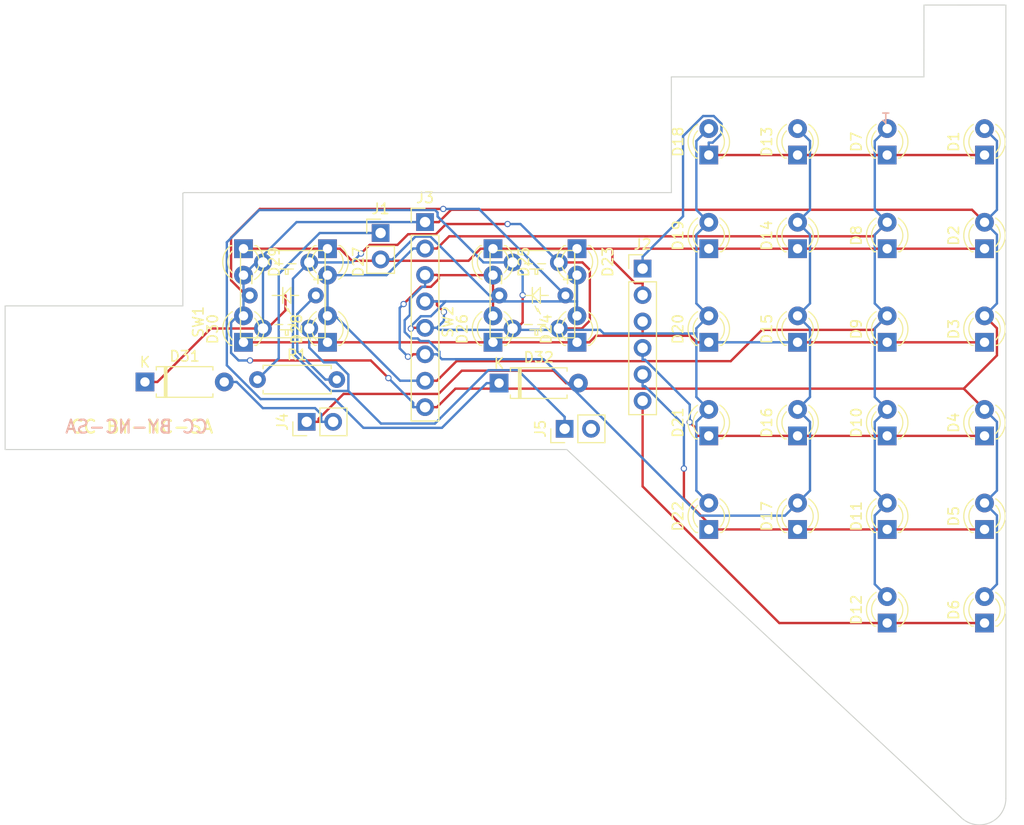
<source format=kicad_pcb>
(kicad_pcb (version 20171130) (host pcbnew "(5.1.5-0-10_14)")

  (general
    (thickness 1.2)
    (drawings 32)
    (tracks 319)
    (zones 0)
    (modules 43)
    (nets 25)
  )

  (page USLetter)
  (title_block
    (title "ABSIS NANO GENERAL I/O")
    (date 2017-12-26)
    (rev -)
    (company "F/A-18C SIMPIT")
    (comment 1 "JOHN STEENSEN")
  )

  (layers
    (0 F.Cu signal)
    (31 B.Cu signal)
    (32 B.Adhes user)
    (33 F.Adhes user)
    (34 B.Paste user)
    (35 F.Paste user)
    (36 B.SilkS user)
    (37 F.SilkS user)
    (38 B.Mask user)
    (39 F.Mask user)
    (40 Dwgs.User user)
    (41 Cmts.User user)
    (42 Eco1.User user)
    (43 Eco2.User user)
    (44 Edge.Cuts user)
    (45 Margin user)
    (46 B.CrtYd user)
    (47 F.CrtYd user)
    (48 B.Fab user)
    (49 F.Fab user)
  )

  (setup
    (last_trace_width 0.2286)
    (trace_clearance 0.1778)
    (zone_clearance 0.508)
    (zone_45_only no)
    (trace_min 0.1524)
    (via_size 0.6)
    (via_drill 0.4)
    (via_min_size 0.4)
    (via_min_drill 0.31)
    (blind_buried_vias_allowed yes)
    (uvia_size 0.3)
    (uvia_drill 0.1)
    (uvias_allowed no)
    (uvia_min_size 0.2)
    (uvia_min_drill 0.1)
    (edge_width 0.1)
    (segment_width 0.15)
    (pcb_text_width 0.3)
    (pcb_text_size 1.5 1.5)
    (mod_edge_width 0.15)
    (mod_text_size 1 1)
    (mod_text_width 0.15)
    (pad_size 0.6 0.6)
    (pad_drill 0.4)
    (pad_to_mask_clearance 0)
    (aux_axis_origin 137.06 26.87)
    (grid_origin 137.06 26.87)
    (visible_elements 7FFFFFFF)
    (pcbplotparams
      (layerselection 0x010f0_ffffffff)
      (usegerberextensions false)
      (usegerberattributes false)
      (usegerberadvancedattributes false)
      (creategerberjobfile false)
      (excludeedgelayer true)
      (linewidth 0.100000)
      (plotframeref false)
      (viasonmask false)
      (mode 1)
      (useauxorigin false)
      (hpglpennumber 1)
      (hpglpenspeed 20)
      (hpglpendiameter 15.000000)
      (psnegative false)
      (psa4output false)
      (plotreference true)
      (plotvalue true)
      (plotinvisibletext false)
      (padsonsilk false)
      (subtractmaskfromsilk false)
      (outputformat 1)
      (mirror false)
      (drillshape 0)
      (scaleselection 1)
      (outputdirectory "manufacturing/"))
  )

  (net 0 "")
  (net 1 /Dig0)
  (net 2 /SegDP)
  (net 3 /Dig1)
  (net 4 /Dig2)
  (net 5 /Dig3)
  (net 6 /Dig4)
  (net 7 /Dig5)
  (net 8 /SegA)
  (net 9 /SegB)
  (net 10 /SegC)
  (net 11 /SegD)
  (net 12 /SegE)
  (net 13 /SegF)
  (net 14 /SegG)
  (net 15 /7)
  (net 16 "Net-(D31-Pad2)")
  (net 17 "Net-(D32-Pad2)")
  (net 18 "Net-(D32-Pad1)")
  (net 19 "Net-(J1-Pad2)")
  (net 20 "Net-(J1-Pad1)")
  (net 21 "Net-(J5-Pad2)")
  (net 22 "Net-(J5-Pad1)")
  (net 23 "Net-(R1-Pad2)")
  (net 24 "Net-(SW1-Pad6)")

  (net_class Default "This is the default net class."
    (clearance 0.1778)
    (trace_width 0.2286)
    (via_dia 0.6)
    (via_drill 0.4)
    (uvia_dia 0.3)
    (uvia_drill 0.1)
    (add_net /7)
    (add_net /Dig0)
    (add_net /Dig1)
    (add_net /Dig2)
    (add_net /Dig3)
    (add_net /Dig4)
    (add_net /Dig5)
    (add_net /SegA)
    (add_net /SegB)
    (add_net /SegC)
    (add_net /SegD)
    (add_net /SegDP)
    (add_net /SegE)
    (add_net /SegF)
    (add_net /SegG)
    (add_net "Net-(D31-Pad2)")
    (add_net "Net-(D32-Pad1)")
    (add_net "Net-(D32-Pad2)")
    (add_net "Net-(J1-Pad1)")
    (add_net "Net-(J1-Pad2)")
    (add_net "Net-(J5-Pad1)")
    (add_net "Net-(J5-Pad2)")
    (add_net "Net-(R1-Pad2)")
    (add_net "Net-(SW1-Pad6)")
  )

  (net_class control ""
    (clearance 0.1778)
    (trace_width 0.2286)
    (via_dia 0.6)
    (via_drill 0.4)
    (uvia_dia 0.3)
    (uvia_drill 0.1)
  )

  (net_class pwr12v ""
    (clearance 0.2032)
    (trace_width 0.762)
    (via_dia 0.6)
    (via_drill 0.4)
    (uvia_dia 0.3)
    (uvia_drill 0.1)
  )

  (net_class pwr3.3v ""
    (clearance 0.2032)
    (trace_width 0.3048)
    (via_dia 0.6)
    (via_drill 0.4)
    (uvia_dia 0.3)
    (uvia_drill 0.1)
  )

  (net_class pwr5v ""
    (clearance 0.2032)
    (trace_width 0.2286)
    (via_dia 0.6)
    (via_drill 0.4)
    (uvia_dia 0.3)
    (uvia_drill 0.1)
  )

  (net_class signal ""
    (clearance 0.1778)
    (trace_width 0.1524)
    (via_dia 0.6)
    (via_drill 0.4)
    (uvia_dia 0.3)
    (uvia_drill 0.1)
  )

  (module PT_Library_v001:PT_Small_Tactile_Switch_With_LED (layer F.Cu) (tedit 5EDFF768) (tstamp 5A570957)
    (at 91.8369 54.7589 270)
    (path /5A4586CB)
    (fp_text reference SW2 (at 2.54 8.374 90) (layer F.SilkS)
      (effects (font (size 1 1) (thickness 0.15)))
    )
    (fp_text value "OUT SWTCH" (at 0 -0.5 90) (layer F.Fab)
      (effects (font (size 1 1) (thickness 0.15)))
    )
    (fp_line (start -4.318 -3.81) (end -3.048 -3.81) (layer F.SilkS) (width 0.12))
    (fp_line (start -4.318 4.318) (end -4.318 -3.81) (layer F.SilkS) (width 0.12))
    (fp_line (start 4.064 4.318) (end -4.318 4.318) (layer F.SilkS) (width 0.12))
    (fp_line (start 4.064 -3.81) (end 4.064 4.318) (layer F.SilkS) (width 0.12))
    (fp_line (start -4.064 -3.81) (end 4.064 -3.81) (layer F.SilkS) (width 0.12))
    (fp_text user - (at -1.524 3.302 90) (layer F.SilkS)
      (effects (font (size 1 1) (thickness 0.15)))
    )
    (fp_line (start 3.81 0) (end 3.302 0) (layer F.SilkS) (width 0.12))
    (fp_line (start 2.794 -1.016) (end 2.794 -0.254) (layer F.SilkS) (width 0.12))
    (fp_line (start 3.81 -0.254) (end 3.81 0) (layer F.SilkS) (width 0.12))
    (fp_line (start 3.302 -0.762) (end 3.302 0.508) (layer F.SilkS) (width 0.12))
    (fp_line (start 2.794 0.254) (end 2.794 1.016) (layer F.SilkS) (width 0.12))
    (fp_line (start 3.302 -0.254) (end 3.81 -0.254) (layer F.SilkS) (width 0.12))
    (fp_line (start -2.032 0) (end -2.54 0) (layer F.SilkS) (width 0.12))
    (fp_line (start -2.032 -0.254) (end -2.032 0) (layer F.SilkS) (width 0.12))
    (fp_line (start -2.54 -0.254) (end -2.032 -0.254) (layer F.SilkS) (width 0.12))
    (fp_line (start -2.54 -0.762) (end -2.54 0.508) (layer F.SilkS) (width 0.12))
    (fp_line (start -3.048 0.254) (end -3.048 1.016) (layer F.SilkS) (width 0.12))
    (fp_line (start -3.048 -1.016) (end -3.048 -0.254) (layer F.SilkS) (width 0.12))
    (fp_line (start 1.524 -0.254) (end 1.016 0) (layer F.SilkS) (width 0.12))
    (fp_line (start 1.27 -0.254) (end 1.524 -0.254) (layer F.SilkS) (width 0.12))
    (fp_line (start 1.778 -0.508) (end 1.27 -0.254) (layer F.SilkS) (width 0.12))
    (fp_line (start 0 0.254) (end 0 1.27) (layer F.SilkS) (width 0.12))
    (fp_line (start -0.762 0.254) (end 0 0.254) (layer F.SilkS) (width 0.12))
    (fp_line (start 0.762 0.254) (end -0.762 0.254) (layer F.SilkS) (width 0.12))
    (fp_line (start -0.762 -0.508) (end 0 -0.508) (layer F.SilkS) (width 0.12))
    (fp_line (start 0 0.254) (end -0.762 -0.508) (layer F.SilkS) (width 0.12))
    (fp_line (start 0.762 -0.508) (end 0 0.254) (layer F.SilkS) (width 0.12))
    (fp_line (start 0 -0.508) (end 0.762 -0.508) (layer F.SilkS) (width 0.12))
    (fp_line (start 0 -1.27) (end 0 -0.508) (layer F.SilkS) (width 0.12))
    (fp_text user + (at -1.524 -3.048 90) (layer F.SilkS)
      (effects (font (size 1 1) (thickness 0.15)))
    )
    (pad 6 thru_hole circle (at 0 3.429 270) (size 1.524 1.524) (drill 0.762) (layers *.Cu *.Mask)
      (net 19 "Net-(J1-Pad2)"))
    (pad 5 thru_hole circle (at 0 -2.921 270) (size 1.524 1.524) (drill 0.762) (layers *.Cu *.Mask)
      (net 24 "Net-(SW1-Pad6)"))
    (pad 4 thru_hole circle (at 3.175 2.159 270) (size 1.7 1.7) (drill 1) (layers *.Cu *.Mask)
      (net 18 "Net-(D32-Pad1)"))
    (pad 3 thru_hole circle (at -3.175 2.159 270) (size 1.7 1.7) (drill 1) (layers *.Cu *.Mask)
      (net 18 "Net-(D32-Pad1)"))
    (pad 2 thru_hole circle (at 3.175 -2.286 270) (size 1.7 1.7) (drill 1) (layers *.Cu *.Mask)
      (net 22 "Net-(J5-Pad1)"))
    (pad 1 thru_hole circle (at -3.175 -2.286 270) (size 1.7 1.7) (drill 1) (layers *.Cu *.Mask)
      (net 22 "Net-(J5-Pad1)"))
  )

  (module PT_Library_v001:PT_Small_Tactile_Switch_With_LED (layer F.Cu) (tedit 5EDFF768) (tstamp 5A570944)
    (at 67.8569 54.7589 270)
    (path /5A4585C5)
    (fp_text reference SW1 (at 2.54 8.374 90) (layer F.SilkS)
      (effects (font (size 1 1) (thickness 0.15)))
    )
    (fp_text value "IN SWTCH" (at 0 -0.5 90) (layer F.Fab)
      (effects (font (size 1 1) (thickness 0.15)))
    )
    (fp_line (start -4.318 -3.81) (end -3.048 -3.81) (layer F.SilkS) (width 0.12))
    (fp_line (start -4.318 4.318) (end -4.318 -3.81) (layer F.SilkS) (width 0.12))
    (fp_line (start 4.064 4.318) (end -4.318 4.318) (layer F.SilkS) (width 0.12))
    (fp_line (start 4.064 -3.81) (end 4.064 4.318) (layer F.SilkS) (width 0.12))
    (fp_line (start -4.064 -3.81) (end 4.064 -3.81) (layer F.SilkS) (width 0.12))
    (fp_text user - (at -1.524 3.302 90) (layer F.SilkS)
      (effects (font (size 1 1) (thickness 0.15)))
    )
    (fp_line (start 3.81 0) (end 3.302 0) (layer F.SilkS) (width 0.12))
    (fp_line (start 2.794 -1.016) (end 2.794 -0.254) (layer F.SilkS) (width 0.12))
    (fp_line (start 3.81 -0.254) (end 3.81 0) (layer F.SilkS) (width 0.12))
    (fp_line (start 3.302 -0.762) (end 3.302 0.508) (layer F.SilkS) (width 0.12))
    (fp_line (start 2.794 0.254) (end 2.794 1.016) (layer F.SilkS) (width 0.12))
    (fp_line (start 3.302 -0.254) (end 3.81 -0.254) (layer F.SilkS) (width 0.12))
    (fp_line (start -2.032 0) (end -2.54 0) (layer F.SilkS) (width 0.12))
    (fp_line (start -2.032 -0.254) (end -2.032 0) (layer F.SilkS) (width 0.12))
    (fp_line (start -2.54 -0.254) (end -2.032 -0.254) (layer F.SilkS) (width 0.12))
    (fp_line (start -2.54 -0.762) (end -2.54 0.508) (layer F.SilkS) (width 0.12))
    (fp_line (start -3.048 0.254) (end -3.048 1.016) (layer F.SilkS) (width 0.12))
    (fp_line (start -3.048 -1.016) (end -3.048 -0.254) (layer F.SilkS) (width 0.12))
    (fp_line (start 1.524 -0.254) (end 1.016 0) (layer F.SilkS) (width 0.12))
    (fp_line (start 1.27 -0.254) (end 1.524 -0.254) (layer F.SilkS) (width 0.12))
    (fp_line (start 1.778 -0.508) (end 1.27 -0.254) (layer F.SilkS) (width 0.12))
    (fp_line (start 0 0.254) (end 0 1.27) (layer F.SilkS) (width 0.12))
    (fp_line (start -0.762 0.254) (end 0 0.254) (layer F.SilkS) (width 0.12))
    (fp_line (start 0.762 0.254) (end -0.762 0.254) (layer F.SilkS) (width 0.12))
    (fp_line (start -0.762 -0.508) (end 0 -0.508) (layer F.SilkS) (width 0.12))
    (fp_line (start 0 0.254) (end -0.762 -0.508) (layer F.SilkS) (width 0.12))
    (fp_line (start 0.762 -0.508) (end 0 0.254) (layer F.SilkS) (width 0.12))
    (fp_line (start 0 -0.508) (end 0.762 -0.508) (layer F.SilkS) (width 0.12))
    (fp_line (start 0 -1.27) (end 0 -0.508) (layer F.SilkS) (width 0.12))
    (fp_text user + (at -1.524 -3.048 90) (layer F.SilkS)
      (effects (font (size 1 1) (thickness 0.15)))
    )
    (pad 6 thru_hole circle (at 0 3.429 270) (size 1.524 1.524) (drill 0.762) (layers *.Cu *.Mask)
      (net 24 "Net-(SW1-Pad6)"))
    (pad 5 thru_hole circle (at 0 -2.921 270) (size 1.524 1.524) (drill 0.762) (layers *.Cu *.Mask)
      (net 23 "Net-(R1-Pad2)"))
    (pad 4 thru_hole circle (at 3.175 2.159 270) (size 1.7 1.7) (drill 1) (layers *.Cu *.Mask)
      (net 15 /7))
    (pad 3 thru_hole circle (at -3.175 2.159 270) (size 1.7 1.7) (drill 1) (layers *.Cu *.Mask)
      (net 15 /7))
    (pad 2 thru_hole circle (at 3.175 -2.286 270) (size 1.7 1.7) (drill 1) (layers *.Cu *.Mask)
      (net 22 "Net-(J5-Pad1)"))
    (pad 1 thru_hole circle (at -3.175 -2.286 270) (size 1.7 1.7) (drill 1) (layers *.Cu *.Mask)
      (net 22 "Net-(J5-Pad1)"))
  )

  (module Resistor_THT:R_Axial_DIN0207_L6.3mm_D2.5mm_P7.62mm_Horizontal (layer F.Cu) (tedit 5AE5139B) (tstamp 5EE41769)
    (at 65.17 62.84)
    (descr "Resistor, Axial_DIN0207 series, Axial, Horizontal, pin pitch=7.62mm, 0.25W = 1/4W, length*diameter=6.3*2.5mm^2, http://cdn-reichelt.de/documents/datenblatt/B400/1_4W%23YAG.pdf")
    (tags "Resistor Axial_DIN0207 series Axial Horizontal pin pitch 7.62mm 0.25W = 1/4W length 6.3mm diameter 2.5mm")
    (path /5EF1E77B)
    (fp_text reference R1 (at 3.81 -2.37) (layer F.SilkS)
      (effects (font (size 1 1) (thickness 0.15)))
    )
    (fp_text value R (at 3.81 2.37) (layer F.Fab)
      (effects (font (size 1 1) (thickness 0.15)))
    )
    (fp_text user %R (at 3.81 0) (layer F.Fab)
      (effects (font (size 1 1) (thickness 0.15)))
    )
    (fp_line (start 8.67 -1.5) (end -1.05 -1.5) (layer F.CrtYd) (width 0.05))
    (fp_line (start 8.67 1.5) (end 8.67 -1.5) (layer F.CrtYd) (width 0.05))
    (fp_line (start -1.05 1.5) (end 8.67 1.5) (layer F.CrtYd) (width 0.05))
    (fp_line (start -1.05 -1.5) (end -1.05 1.5) (layer F.CrtYd) (width 0.05))
    (fp_line (start 7.08 1.37) (end 7.08 1.04) (layer F.SilkS) (width 0.12))
    (fp_line (start 0.54 1.37) (end 7.08 1.37) (layer F.SilkS) (width 0.12))
    (fp_line (start 0.54 1.04) (end 0.54 1.37) (layer F.SilkS) (width 0.12))
    (fp_line (start 7.08 -1.37) (end 7.08 -1.04) (layer F.SilkS) (width 0.12))
    (fp_line (start 0.54 -1.37) (end 7.08 -1.37) (layer F.SilkS) (width 0.12))
    (fp_line (start 0.54 -1.04) (end 0.54 -1.37) (layer F.SilkS) (width 0.12))
    (fp_line (start 7.62 0) (end 6.96 0) (layer F.Fab) (width 0.1))
    (fp_line (start 0 0) (end 0.66 0) (layer F.Fab) (width 0.1))
    (fp_line (start 6.96 -1.25) (end 0.66 -1.25) (layer F.Fab) (width 0.1))
    (fp_line (start 6.96 1.25) (end 6.96 -1.25) (layer F.Fab) (width 0.1))
    (fp_line (start 0.66 1.25) (end 6.96 1.25) (layer F.Fab) (width 0.1))
    (fp_line (start 0.66 -1.25) (end 0.66 1.25) (layer F.Fab) (width 0.1))
    (pad 2 thru_hole oval (at 7.62 0) (size 1.6 1.6) (drill 0.8) (layers *.Cu *.Mask)
      (net 23 "Net-(R1-Pad2)"))
    (pad 1 thru_hole circle (at 0 0) (size 1.6 1.6) (drill 0.8) (layers *.Cu *.Mask)
      (net 20 "Net-(J1-Pad1)"))
    (model ${KISYS3DMOD}/Resistor_THT.3dshapes/R_Axial_DIN0207_L6.3mm_D2.5mm_P7.62mm_Horizontal.wrl
      (at (xyz 0 0 0))
      (scale (xyz 1 1 1))
      (rotate (xyz 0 0 0))
    )
  )

  (module Connector_PinHeader_2.54mm:PinHeader_1x02_P2.54mm_Vertical (layer F.Cu) (tedit 59FED5CC) (tstamp 5EE41752)
    (at 94.68 67.57 90)
    (descr "Through hole straight pin header, 1x02, 2.54mm pitch, single row")
    (tags "Through hole pin header THT 1x02 2.54mm single row")
    (path /5EF1C0FA)
    (fp_text reference J5 (at 0 -2.33 90) (layer F.SilkS)
      (effects (font (size 1 1) (thickness 0.15)))
    )
    (fp_text value Conn_01x02_Female (at 0 4.87 90) (layer F.Fab)
      (effects (font (size 1 1) (thickness 0.15)))
    )
    (fp_text user %R (at 0 1.27) (layer F.Fab)
      (effects (font (size 1 1) (thickness 0.15)))
    )
    (fp_line (start 1.8 -1.8) (end -1.8 -1.8) (layer F.CrtYd) (width 0.05))
    (fp_line (start 1.8 4.35) (end 1.8 -1.8) (layer F.CrtYd) (width 0.05))
    (fp_line (start -1.8 4.35) (end 1.8 4.35) (layer F.CrtYd) (width 0.05))
    (fp_line (start -1.8 -1.8) (end -1.8 4.35) (layer F.CrtYd) (width 0.05))
    (fp_line (start -1.33 -1.33) (end 0 -1.33) (layer F.SilkS) (width 0.12))
    (fp_line (start -1.33 0) (end -1.33 -1.33) (layer F.SilkS) (width 0.12))
    (fp_line (start -1.33 1.27) (end 1.33 1.27) (layer F.SilkS) (width 0.12))
    (fp_line (start 1.33 1.27) (end 1.33 3.87) (layer F.SilkS) (width 0.12))
    (fp_line (start -1.33 1.27) (end -1.33 3.87) (layer F.SilkS) (width 0.12))
    (fp_line (start -1.33 3.87) (end 1.33 3.87) (layer F.SilkS) (width 0.12))
    (fp_line (start -1.27 -0.635) (end -0.635 -1.27) (layer F.Fab) (width 0.1))
    (fp_line (start -1.27 3.81) (end -1.27 -0.635) (layer F.Fab) (width 0.1))
    (fp_line (start 1.27 3.81) (end -1.27 3.81) (layer F.Fab) (width 0.1))
    (fp_line (start 1.27 -1.27) (end 1.27 3.81) (layer F.Fab) (width 0.1))
    (fp_line (start -0.635 -1.27) (end 1.27 -1.27) (layer F.Fab) (width 0.1))
    (pad 2 thru_hole oval (at 0 2.54 90) (size 1.7 1.7) (drill 1) (layers *.Cu *.Mask)
      (net 21 "Net-(J5-Pad2)"))
    (pad 1 thru_hole rect (at 0 0 90) (size 1.7 1.7) (drill 1) (layers *.Cu *.Mask)
      (net 22 "Net-(J5-Pad1)"))
    (model ${KISYS3DMOD}/Connector_PinHeader_2.54mm.3dshapes/PinHeader_1x02_P2.54mm_Vertical.wrl
      (at (xyz 0 0 0))
      (scale (xyz 1 1 1))
      (rotate (xyz 0 0 0))
    )
  )

  (module Connector_PinHeader_2.54mm:PinHeader_1x02_P2.54mm_Vertical (layer F.Cu) (tedit 59FED5CC) (tstamp 5EE4173C)
    (at 69.9 66.9 90)
    (descr "Through hole straight pin header, 1x02, 2.54mm pitch, single row")
    (tags "Through hole pin header THT 1x02 2.54mm single row")
    (path /5EF1C571)
    (fp_text reference J4 (at 0 -2.33 90) (layer F.SilkS)
      (effects (font (size 1 1) (thickness 0.15)))
    )
    (fp_text value Conn_01x02_Female (at 0 4.87 90) (layer F.Fab)
      (effects (font (size 1 1) (thickness 0.15)))
    )
    (fp_text user %R (at 0 1.27) (layer F.Fab)
      (effects (font (size 1 1) (thickness 0.15)))
    )
    (fp_line (start 1.8 -1.8) (end -1.8 -1.8) (layer F.CrtYd) (width 0.05))
    (fp_line (start 1.8 4.35) (end 1.8 -1.8) (layer F.CrtYd) (width 0.05))
    (fp_line (start -1.8 4.35) (end 1.8 4.35) (layer F.CrtYd) (width 0.05))
    (fp_line (start -1.8 -1.8) (end -1.8 4.35) (layer F.CrtYd) (width 0.05))
    (fp_line (start -1.33 -1.33) (end 0 -1.33) (layer F.SilkS) (width 0.12))
    (fp_line (start -1.33 0) (end -1.33 -1.33) (layer F.SilkS) (width 0.12))
    (fp_line (start -1.33 1.27) (end 1.33 1.27) (layer F.SilkS) (width 0.12))
    (fp_line (start 1.33 1.27) (end 1.33 3.87) (layer F.SilkS) (width 0.12))
    (fp_line (start -1.33 1.27) (end -1.33 3.87) (layer F.SilkS) (width 0.12))
    (fp_line (start -1.33 3.87) (end 1.33 3.87) (layer F.SilkS) (width 0.12))
    (fp_line (start -1.27 -0.635) (end -0.635 -1.27) (layer F.Fab) (width 0.1))
    (fp_line (start -1.27 3.81) (end -1.27 -0.635) (layer F.Fab) (width 0.1))
    (fp_line (start 1.27 3.81) (end -1.27 3.81) (layer F.Fab) (width 0.1))
    (fp_line (start 1.27 -1.27) (end 1.27 3.81) (layer F.Fab) (width 0.1))
    (fp_line (start -0.635 -1.27) (end 1.27 -1.27) (layer F.Fab) (width 0.1))
    (pad 2 thru_hole oval (at 0 2.54 90) (size 1.7 1.7) (drill 1) (layers *.Cu *.Mask)
      (net 16 "Net-(D31-Pad2)"))
    (pad 1 thru_hole rect (at 0 0 90) (size 1.7 1.7) (drill 1) (layers *.Cu *.Mask)
      (net 17 "Net-(D32-Pad2)"))
    (model ${KISYS3DMOD}/Connector_PinHeader_2.54mm.3dshapes/PinHeader_1x02_P2.54mm_Vertical.wrl
      (at (xyz 0 0 0))
      (scale (xyz 1 1 1))
      (rotate (xyz 0 0 0))
    )
  )

  (module Connector_PinHeader_2.54mm:PinHeader_1x02_P2.54mm_Vertical (layer F.Cu) (tedit 59FED5CC) (tstamp 5EE416BE)
    (at 77 48.76)
    (descr "Through hole straight pin header, 1x02, 2.54mm pitch, single row")
    (tags "Through hole pin header THT 1x02 2.54mm single row")
    (path /5EF1D237)
    (fp_text reference J1 (at 0 -2.33) (layer F.SilkS)
      (effects (font (size 1 1) (thickness 0.15)))
    )
    (fp_text value Conn_01x02_Female (at 0 4.87) (layer F.Fab)
      (effects (font (size 1 1) (thickness 0.15)))
    )
    (fp_text user %R (at 0 1.27 90) (layer F.Fab)
      (effects (font (size 1 1) (thickness 0.15)))
    )
    (fp_line (start 1.8 -1.8) (end -1.8 -1.8) (layer F.CrtYd) (width 0.05))
    (fp_line (start 1.8 4.35) (end 1.8 -1.8) (layer F.CrtYd) (width 0.05))
    (fp_line (start -1.8 4.35) (end 1.8 4.35) (layer F.CrtYd) (width 0.05))
    (fp_line (start -1.8 -1.8) (end -1.8 4.35) (layer F.CrtYd) (width 0.05))
    (fp_line (start -1.33 -1.33) (end 0 -1.33) (layer F.SilkS) (width 0.12))
    (fp_line (start -1.33 0) (end -1.33 -1.33) (layer F.SilkS) (width 0.12))
    (fp_line (start -1.33 1.27) (end 1.33 1.27) (layer F.SilkS) (width 0.12))
    (fp_line (start 1.33 1.27) (end 1.33 3.87) (layer F.SilkS) (width 0.12))
    (fp_line (start -1.33 1.27) (end -1.33 3.87) (layer F.SilkS) (width 0.12))
    (fp_line (start -1.33 3.87) (end 1.33 3.87) (layer F.SilkS) (width 0.12))
    (fp_line (start -1.27 -0.635) (end -0.635 -1.27) (layer F.Fab) (width 0.1))
    (fp_line (start -1.27 3.81) (end -1.27 -0.635) (layer F.Fab) (width 0.1))
    (fp_line (start 1.27 3.81) (end -1.27 3.81) (layer F.Fab) (width 0.1))
    (fp_line (start 1.27 -1.27) (end 1.27 3.81) (layer F.Fab) (width 0.1))
    (fp_line (start -0.635 -1.27) (end 1.27 -1.27) (layer F.Fab) (width 0.1))
    (pad 2 thru_hole oval (at 0 2.54) (size 1.7 1.7) (drill 1) (layers *.Cu *.Mask)
      (net 19 "Net-(J1-Pad2)"))
    (pad 1 thru_hole rect (at 0 0) (size 1.7 1.7) (drill 1) (layers *.Cu *.Mask)
      (net 20 "Net-(J1-Pad1)"))
    (model ${KISYS3DMOD}/Connector_PinHeader_2.54mm.3dshapes/PinHeader_1x02_P2.54mm_Vertical.wrl
      (at (xyz 0 0 0))
      (scale (xyz 1 1 1))
      (rotate (xyz 0 0 0))
    )
  )

  (module Diode_THT:D_A-405_P7.62mm_Horizontal (layer F.Cu) (tedit 5AE50CD5) (tstamp 5EE416A8)
    (at 88.38 63.18)
    (descr "Diode, A-405 series, Axial, Horizontal, pin pitch=7.62mm, , length*diameter=5.2*2.7mm^2, , http://www.diodes.com/_files/packages/A-405.pdf")
    (tags "Diode A-405 series Axial Horizontal pin pitch 7.62mm  length 5.2mm diameter 2.7mm")
    (path /5EE66971)
    (fp_text reference D32 (at 3.81 -2.47) (layer F.SilkS)
      (effects (font (size 1 1) (thickness 0.15)))
    )
    (fp_text value D (at 3.81 2.47) (layer F.Fab)
      (effects (font (size 1 1) (thickness 0.15)))
    )
    (fp_text user K (at 0 -1.9) (layer F.SilkS)
      (effects (font (size 1 1) (thickness 0.15)))
    )
    (fp_text user K (at 0 -1.9) (layer F.Fab)
      (effects (font (size 1 1) (thickness 0.15)))
    )
    (fp_text user %R (at 4.2 0) (layer F.Fab)
      (effects (font (size 1 1) (thickness 0.15)))
    )
    (fp_line (start 8.77 -1.6) (end -1.15 -1.6) (layer F.CrtYd) (width 0.05))
    (fp_line (start 8.77 1.6) (end 8.77 -1.6) (layer F.CrtYd) (width 0.05))
    (fp_line (start -1.15 1.6) (end 8.77 1.6) (layer F.CrtYd) (width 0.05))
    (fp_line (start -1.15 -1.6) (end -1.15 1.6) (layer F.CrtYd) (width 0.05))
    (fp_line (start 1.87 -1.47) (end 1.87 1.47) (layer F.SilkS) (width 0.12))
    (fp_line (start 2.11 -1.47) (end 2.11 1.47) (layer F.SilkS) (width 0.12))
    (fp_line (start 1.99 -1.47) (end 1.99 1.47) (layer F.SilkS) (width 0.12))
    (fp_line (start 6.53 1.47) (end 6.53 1.14) (layer F.SilkS) (width 0.12))
    (fp_line (start 1.09 1.47) (end 6.53 1.47) (layer F.SilkS) (width 0.12))
    (fp_line (start 1.09 1.14) (end 1.09 1.47) (layer F.SilkS) (width 0.12))
    (fp_line (start 6.53 -1.47) (end 6.53 -1.14) (layer F.SilkS) (width 0.12))
    (fp_line (start 1.09 -1.47) (end 6.53 -1.47) (layer F.SilkS) (width 0.12))
    (fp_line (start 1.09 -1.14) (end 1.09 -1.47) (layer F.SilkS) (width 0.12))
    (fp_line (start 1.89 -1.35) (end 1.89 1.35) (layer F.Fab) (width 0.1))
    (fp_line (start 2.09 -1.35) (end 2.09 1.35) (layer F.Fab) (width 0.1))
    (fp_line (start 1.99 -1.35) (end 1.99 1.35) (layer F.Fab) (width 0.1))
    (fp_line (start 7.62 0) (end 6.41 0) (layer F.Fab) (width 0.1))
    (fp_line (start 0 0) (end 1.21 0) (layer F.Fab) (width 0.1))
    (fp_line (start 6.41 -1.35) (end 1.21 -1.35) (layer F.Fab) (width 0.1))
    (fp_line (start 6.41 1.35) (end 6.41 -1.35) (layer F.Fab) (width 0.1))
    (fp_line (start 1.21 1.35) (end 6.41 1.35) (layer F.Fab) (width 0.1))
    (fp_line (start 1.21 -1.35) (end 1.21 1.35) (layer F.Fab) (width 0.1))
    (pad 2 thru_hole oval (at 7.62 0) (size 1.8 1.8) (drill 0.9) (layers *.Cu *.Mask)
      (net 17 "Net-(D32-Pad2)"))
    (pad 1 thru_hole rect (at 0 0) (size 1.8 1.8) (drill 0.9) (layers *.Cu *.Mask)
      (net 18 "Net-(D32-Pad1)"))
    (model ${KISYS3DMOD}/Diode_THT.3dshapes/D_A-405_P7.62mm_Horizontal.wrl
      (at (xyz 0 0 0))
      (scale (xyz 1 1 1))
      (rotate (xyz 0 0 0))
    )
  )

  (module Diode_THT:D_A-405_P7.62mm_Horizontal (layer F.Cu) (tedit 5AE50CD5) (tstamp 5EE41689)
    (at 54.36 63.07)
    (descr "Diode, A-405 series, Axial, Horizontal, pin pitch=7.62mm, , length*diameter=5.2*2.7mm^2, , http://www.diodes.com/_files/packages/A-405.pdf")
    (tags "Diode A-405 series Axial Horizontal pin pitch 7.62mm  length 5.2mm diameter 2.7mm")
    (path /5EE6136F)
    (fp_text reference D31 (at 3.81 -2.47) (layer F.SilkS)
      (effects (font (size 1 1) (thickness 0.15)))
    )
    (fp_text value D (at 3.81 2.47) (layer F.Fab)
      (effects (font (size 1 1) (thickness 0.15)))
    )
    (fp_text user K (at 0 -1.9) (layer F.SilkS)
      (effects (font (size 1 1) (thickness 0.15)))
    )
    (fp_text user K (at 0 -1.9) (layer F.Fab)
      (effects (font (size 1 1) (thickness 0.15)))
    )
    (fp_text user %R (at 4.2 0) (layer F.Fab)
      (effects (font (size 1 1) (thickness 0.15)))
    )
    (fp_line (start 8.77 -1.6) (end -1.15 -1.6) (layer F.CrtYd) (width 0.05))
    (fp_line (start 8.77 1.6) (end 8.77 -1.6) (layer F.CrtYd) (width 0.05))
    (fp_line (start -1.15 1.6) (end 8.77 1.6) (layer F.CrtYd) (width 0.05))
    (fp_line (start -1.15 -1.6) (end -1.15 1.6) (layer F.CrtYd) (width 0.05))
    (fp_line (start 1.87 -1.47) (end 1.87 1.47) (layer F.SilkS) (width 0.12))
    (fp_line (start 2.11 -1.47) (end 2.11 1.47) (layer F.SilkS) (width 0.12))
    (fp_line (start 1.99 -1.47) (end 1.99 1.47) (layer F.SilkS) (width 0.12))
    (fp_line (start 6.53 1.47) (end 6.53 1.14) (layer F.SilkS) (width 0.12))
    (fp_line (start 1.09 1.47) (end 6.53 1.47) (layer F.SilkS) (width 0.12))
    (fp_line (start 1.09 1.14) (end 1.09 1.47) (layer F.SilkS) (width 0.12))
    (fp_line (start 6.53 -1.47) (end 6.53 -1.14) (layer F.SilkS) (width 0.12))
    (fp_line (start 1.09 -1.47) (end 6.53 -1.47) (layer F.SilkS) (width 0.12))
    (fp_line (start 1.09 -1.14) (end 1.09 -1.47) (layer F.SilkS) (width 0.12))
    (fp_line (start 1.89 -1.35) (end 1.89 1.35) (layer F.Fab) (width 0.1))
    (fp_line (start 2.09 -1.35) (end 2.09 1.35) (layer F.Fab) (width 0.1))
    (fp_line (start 1.99 -1.35) (end 1.99 1.35) (layer F.Fab) (width 0.1))
    (fp_line (start 7.62 0) (end 6.41 0) (layer F.Fab) (width 0.1))
    (fp_line (start 0 0) (end 1.21 0) (layer F.Fab) (width 0.1))
    (fp_line (start 6.41 -1.35) (end 1.21 -1.35) (layer F.Fab) (width 0.1))
    (fp_line (start 6.41 1.35) (end 6.41 -1.35) (layer F.Fab) (width 0.1))
    (fp_line (start 1.21 1.35) (end 6.41 1.35) (layer F.Fab) (width 0.1))
    (fp_line (start 1.21 -1.35) (end 1.21 1.35) (layer F.Fab) (width 0.1))
    (pad 2 thru_hole oval (at 7.62 0) (size 1.8 1.8) (drill 0.9) (layers *.Cu *.Mask)
      (net 16 "Net-(D31-Pad2)"))
    (pad 1 thru_hole rect (at 0 0) (size 1.8 1.8) (drill 0.9) (layers *.Cu *.Mask)
      (net 15 /7))
    (model ${KISYS3DMOD}/Diode_THT.3dshapes/D_A-405_P7.62mm_Horizontal.wrl
      (at (xyz 0 0 0))
      (scale (xyz 1 1 1))
      (rotate (xyz 0 0 0))
    )
  )

  (module Connector_PinHeader_2.54mm:PinHeader_1x08_P2.54mm_Vertical (layer F.Cu) (tedit 59FED5CC) (tstamp 5EE15BEE)
    (at 81.27 47.71)
    (descr "Through hole straight pin header, 1x08, 2.54mm pitch, single row")
    (tags "Through hole pin header THT 1x08 2.54mm single row")
    (path /5EE409F3)
    (fp_text reference J3 (at 0 -2.33) (layer F.SilkS)
      (effects (font (size 1 1) (thickness 0.15)))
    )
    (fp_text value Conn_01x08_Male (at 0 20.11) (layer F.Fab)
      (effects (font (size 1 1) (thickness 0.15)))
    )
    (fp_text user %R (at 0 8.89 90) (layer F.Fab)
      (effects (font (size 1 1) (thickness 0.15)))
    )
    (fp_line (start 1.8 -1.8) (end -1.8 -1.8) (layer F.CrtYd) (width 0.05))
    (fp_line (start 1.8 19.55) (end 1.8 -1.8) (layer F.CrtYd) (width 0.05))
    (fp_line (start -1.8 19.55) (end 1.8 19.55) (layer F.CrtYd) (width 0.05))
    (fp_line (start -1.8 -1.8) (end -1.8 19.55) (layer F.CrtYd) (width 0.05))
    (fp_line (start -1.33 -1.33) (end 0 -1.33) (layer F.SilkS) (width 0.12))
    (fp_line (start -1.33 0) (end -1.33 -1.33) (layer F.SilkS) (width 0.12))
    (fp_line (start -1.33 1.27) (end 1.33 1.27) (layer F.SilkS) (width 0.12))
    (fp_line (start 1.33 1.27) (end 1.33 19.11) (layer F.SilkS) (width 0.12))
    (fp_line (start -1.33 1.27) (end -1.33 19.11) (layer F.SilkS) (width 0.12))
    (fp_line (start -1.33 19.11) (end 1.33 19.11) (layer F.SilkS) (width 0.12))
    (fp_line (start -1.27 -0.635) (end -0.635 -1.27) (layer F.Fab) (width 0.1))
    (fp_line (start -1.27 19.05) (end -1.27 -0.635) (layer F.Fab) (width 0.1))
    (fp_line (start 1.27 19.05) (end -1.27 19.05) (layer F.Fab) (width 0.1))
    (fp_line (start 1.27 -1.27) (end 1.27 19.05) (layer F.Fab) (width 0.1))
    (fp_line (start -0.635 -1.27) (end 1.27 -1.27) (layer F.Fab) (width 0.1))
    (pad 8 thru_hole oval (at 0 17.78) (size 1.7 1.7) (drill 1) (layers *.Cu *.Mask)
      (net 14 /SegG))
    (pad 7 thru_hole oval (at 0 15.24) (size 1.7 1.7) (drill 1) (layers *.Cu *.Mask)
      (net 13 /SegF))
    (pad 6 thru_hole oval (at 0 12.7) (size 1.7 1.7) (drill 1) (layers *.Cu *.Mask)
      (net 12 /SegE))
    (pad 5 thru_hole oval (at 0 10.16) (size 1.7 1.7) (drill 1) (layers *.Cu *.Mask)
      (net 11 /SegD))
    (pad 4 thru_hole oval (at 0 7.62) (size 1.7 1.7) (drill 1) (layers *.Cu *.Mask)
      (net 10 /SegC))
    (pad 3 thru_hole oval (at 0 5.08) (size 1.7 1.7) (drill 1) (layers *.Cu *.Mask)
      (net 9 /SegB))
    (pad 2 thru_hole oval (at 0 2.54) (size 1.7 1.7) (drill 1) (layers *.Cu *.Mask)
      (net 8 /SegA))
    (pad 1 thru_hole rect (at 0 0) (size 1.7 1.7) (drill 1) (layers *.Cu *.Mask)
      (net 2 /SegDP))
    (model ${KISYS3DMOD}/Connector_PinHeader_2.54mm.3dshapes/PinHeader_1x08_P2.54mm_Vertical.wrl
      (at (xyz 0 0 0))
      (scale (xyz 1 1 1))
      (rotate (xyz 0 0 0))
    )
  )

  (module Connector_PinHeader_2.54mm:PinHeader_1x06_P2.54mm_Vertical (layer F.Cu) (tedit 59FED5CC) (tstamp 5EE15A90)
    (at 102.17 52.18)
    (descr "Through hole straight pin header, 1x06, 2.54mm pitch, single row")
    (tags "Through hole pin header THT 1x06 2.54mm single row")
    (path /5EE3F87E)
    (fp_text reference J2 (at 0 -2.33) (layer F.SilkS)
      (effects (font (size 1 1) (thickness 0.15)))
    )
    (fp_text value Conn_01x06_Male (at 0 15.03) (layer F.Fab)
      (effects (font (size 1 1) (thickness 0.15)))
    )
    (fp_text user %R (at 0 6.35 90) (layer F.Fab)
      (effects (font (size 1 1) (thickness 0.15)))
    )
    (fp_line (start 1.8 -1.8) (end -1.8 -1.8) (layer F.CrtYd) (width 0.05))
    (fp_line (start 1.8 14.5) (end 1.8 -1.8) (layer F.CrtYd) (width 0.05))
    (fp_line (start -1.8 14.5) (end 1.8 14.5) (layer F.CrtYd) (width 0.05))
    (fp_line (start -1.8 -1.8) (end -1.8 14.5) (layer F.CrtYd) (width 0.05))
    (fp_line (start -1.33 -1.33) (end 0 -1.33) (layer F.SilkS) (width 0.12))
    (fp_line (start -1.33 0) (end -1.33 -1.33) (layer F.SilkS) (width 0.12))
    (fp_line (start -1.33 1.27) (end 1.33 1.27) (layer F.SilkS) (width 0.12))
    (fp_line (start 1.33 1.27) (end 1.33 14.03) (layer F.SilkS) (width 0.12))
    (fp_line (start -1.33 1.27) (end -1.33 14.03) (layer F.SilkS) (width 0.12))
    (fp_line (start -1.33 14.03) (end 1.33 14.03) (layer F.SilkS) (width 0.12))
    (fp_line (start -1.27 -0.635) (end -0.635 -1.27) (layer F.Fab) (width 0.1))
    (fp_line (start -1.27 13.97) (end -1.27 -0.635) (layer F.Fab) (width 0.1))
    (fp_line (start 1.27 13.97) (end -1.27 13.97) (layer F.Fab) (width 0.1))
    (fp_line (start 1.27 -1.27) (end 1.27 13.97) (layer F.Fab) (width 0.1))
    (fp_line (start -0.635 -1.27) (end 1.27 -1.27) (layer F.Fab) (width 0.1))
    (pad 6 thru_hole oval (at 0 12.7) (size 1.7 1.7) (drill 1) (layers *.Cu *.Mask)
      (net 7 /Dig5))
    (pad 5 thru_hole oval (at 0 10.16) (size 1.7 1.7) (drill 1) (layers *.Cu *.Mask)
      (net 6 /Dig4))
    (pad 4 thru_hole oval (at 0 7.62) (size 1.7 1.7) (drill 1) (layers *.Cu *.Mask)
      (net 5 /Dig3))
    (pad 3 thru_hole oval (at 0 5.08) (size 1.7 1.7) (drill 1) (layers *.Cu *.Mask)
      (net 4 /Dig2))
    (pad 2 thru_hole oval (at 0 2.54) (size 1.7 1.7) (drill 1) (layers *.Cu *.Mask)
      (net 3 /Dig1))
    (pad 1 thru_hole rect (at 0 0) (size 1.7 1.7) (drill 1) (layers *.Cu *.Mask)
      (net 1 /Dig0))
    (model ${KISYS3DMOD}/Connector_PinHeader_2.54mm.3dshapes/PinHeader_1x06_P2.54mm_Vertical.wrl
      (at (xyz 0 0 0))
      (scale (xyz 1 1 1))
      (rotate (xyz 0 0 0))
    )
  )

  (module LED_THT:LED_D3.0mm_FlatTop (layer F.Cu) (tedit 5880A862) (tstamp 5A5708E2)
    (at 63.8268 59.2589 90)
    (descr "LED, Round, FlatTop, diameter 3.0mm, 2 pins, http://www.kingbright.com/attachments/file/psearch/000/00/00/L-47XEC(Ver.9A).pdf")
    (tags "LED Round FlatTop diameter 3.0mm 2 pins")
    (path /5A44AF97)
    (fp_text reference D30 (at 1.27 -2.96 90) (layer F.SilkS)
      (effects (font (size 1 1) (thickness 0.15)))
    )
    (fp_text value 2,7 (at 1.27 2.96 90) (layer F.Fab)
      (effects (font (size 1 1) (thickness 0.15)))
    )
    (fp_line (start 3.7 -2.25) (end -1.15 -2.25) (layer F.CrtYd) (width 0.05))
    (fp_line (start 3.7 2.25) (end 3.7 -2.25) (layer F.CrtYd) (width 0.05))
    (fp_line (start -1.15 2.25) (end 3.7 2.25) (layer F.CrtYd) (width 0.05))
    (fp_line (start -1.15 -2.25) (end -1.15 2.25) (layer F.CrtYd) (width 0.05))
    (fp_line (start -0.29 1.08) (end -0.29 1.236) (layer F.SilkS) (width 0.12))
    (fp_line (start -0.29 -1.236) (end -0.29 -1.08) (layer F.SilkS) (width 0.12))
    (fp_line (start -0.23 -1.16619) (end -0.23 1.16619) (layer F.Fab) (width 0.1))
    (fp_circle (center 1.27 0) (end 2.77 0) (layer F.Fab) (width 0.1))
    (fp_arc (start 1.27 0) (end 0.229039 1.08) (angle -87.9) (layer F.SilkS) (width 0.12))
    (fp_arc (start 1.27 0) (end 0.229039 -1.08) (angle 87.9) (layer F.SilkS) (width 0.12))
    (fp_arc (start 1.27 0) (end -0.29 1.235516) (angle -108.8) (layer F.SilkS) (width 0.12))
    (fp_arc (start 1.27 0) (end -0.29 -1.235516) (angle 108.8) (layer F.SilkS) (width 0.12))
    (fp_arc (start 1.27 0) (end -0.23 -1.16619) (angle 284.3) (layer F.Fab) (width 0.1))
    (pad 2 thru_hole circle (at 2.54 0 90) (size 1.8 1.8) (drill 0.9) (layers *.Cu *.Mask)
      (net 14 /SegG))
    (pad 1 thru_hole rect (at 0 0 90) (size 1.8 1.8) (drill 0.9) (layers *.Cu *.Mask)
      (net 4 /Dig2))
    (model ${KISYS3DMOD}/LED_THT.3dshapes/LED_D3.0mm_FlatTop.wrl
      (at (xyz 0 0 0))
      (scale (xyz 1 1 1))
      (rotate (xyz 0 0 0))
    )
  )

  (module LED_THT:LED_D3.0mm_FlatTop (layer F.Cu) (tedit 5880A862) (tstamp 5A5708CD)
    (at 63.8268 50.2689 270)
    (descr "LED, Round, FlatTop, diameter 3.0mm, 2 pins, http://www.kingbright.com/attachments/file/psearch/000/00/00/L-47XEC(Ver.9A).pdf")
    (tags "LED Round FlatTop diameter 3.0mm 2 pins")
    (path /5A44AF7B)
    (fp_text reference D29 (at 1.27 -2.96 90) (layer F.SilkS)
      (effects (font (size 1 1) (thickness 0.15)))
    )
    (fp_text value 1.7 (at 1.27 2.96 90) (layer F.Fab)
      (effects (font (size 1 1) (thickness 0.15)))
    )
    (fp_line (start 3.7 -2.25) (end -1.15 -2.25) (layer F.CrtYd) (width 0.05))
    (fp_line (start 3.7 2.25) (end 3.7 -2.25) (layer F.CrtYd) (width 0.05))
    (fp_line (start -1.15 2.25) (end 3.7 2.25) (layer F.CrtYd) (width 0.05))
    (fp_line (start -1.15 -2.25) (end -1.15 2.25) (layer F.CrtYd) (width 0.05))
    (fp_line (start -0.29 1.08) (end -0.29 1.236) (layer F.SilkS) (width 0.12))
    (fp_line (start -0.29 -1.236) (end -0.29 -1.08) (layer F.SilkS) (width 0.12))
    (fp_line (start -0.23 -1.16619) (end -0.23 1.16619) (layer F.Fab) (width 0.1))
    (fp_circle (center 1.27 0) (end 2.77 0) (layer F.Fab) (width 0.1))
    (fp_arc (start 1.27 0) (end 0.229039 1.08) (angle -87.9) (layer F.SilkS) (width 0.12))
    (fp_arc (start 1.27 0) (end 0.229039 -1.08) (angle 87.9) (layer F.SilkS) (width 0.12))
    (fp_arc (start 1.27 0) (end -0.29 1.235516) (angle -108.8) (layer F.SilkS) (width 0.12))
    (fp_arc (start 1.27 0) (end -0.29 -1.235516) (angle 108.8) (layer F.SilkS) (width 0.12))
    (fp_arc (start 1.27 0) (end -0.23 -1.16619) (angle 284.3) (layer F.Fab) (width 0.1))
    (pad 2 thru_hole circle (at 2.54 0 270) (size 1.8 1.8) (drill 0.9) (layers *.Cu *.Mask)
      (net 14 /SegG))
    (pad 1 thru_hole rect (at 0 0 270) (size 1.8 1.8) (drill 0.9) (layers *.Cu *.Mask)
      (net 3 /Dig1))
    (model ${KISYS3DMOD}/LED_THT.3dshapes/LED_D3.0mm_FlatTop.wrl
      (at (xyz 0 0 0))
      (scale (xyz 1 1 1))
      (rotate (xyz 0 0 0))
    )
  )

  (module LED_THT:LED_D3.0mm_FlatTop (layer F.Cu) (tedit 5880A862) (tstamp 5A5708B8)
    (at 71.8969 59.2589 90)
    (descr "LED, Round, FlatTop, diameter 3.0mm, 2 pins, http://www.kingbright.com/attachments/file/psearch/000/00/00/L-47XEC(Ver.9A).pdf")
    (tags "LED Round FlatTop diameter 3.0mm 2 pins")
    (path /5A44AF90)
    (fp_text reference D28 (at 1.27 -2.96 90) (layer F.SilkS)
      (effects (font (size 1 1) (thickness 0.15)))
    )
    (fp_text value 2,6 (at 1.27 2.96 90) (layer F.Fab)
      (effects (font (size 1 1) (thickness 0.15)))
    )
    (fp_line (start 3.7 -2.25) (end -1.15 -2.25) (layer F.CrtYd) (width 0.05))
    (fp_line (start 3.7 2.25) (end 3.7 -2.25) (layer F.CrtYd) (width 0.05))
    (fp_line (start -1.15 2.25) (end 3.7 2.25) (layer F.CrtYd) (width 0.05))
    (fp_line (start -1.15 -2.25) (end -1.15 2.25) (layer F.CrtYd) (width 0.05))
    (fp_line (start -0.29 1.08) (end -0.29 1.236) (layer F.SilkS) (width 0.12))
    (fp_line (start -0.29 -1.236) (end -0.29 -1.08) (layer F.SilkS) (width 0.12))
    (fp_line (start -0.23 -1.16619) (end -0.23 1.16619) (layer F.Fab) (width 0.1))
    (fp_circle (center 1.27 0) (end 2.77 0) (layer F.Fab) (width 0.1))
    (fp_arc (start 1.27 0) (end 0.229039 1.08) (angle -87.9) (layer F.SilkS) (width 0.12))
    (fp_arc (start 1.27 0) (end 0.229039 -1.08) (angle 87.9) (layer F.SilkS) (width 0.12))
    (fp_arc (start 1.27 0) (end -0.29 1.235516) (angle -108.8) (layer F.SilkS) (width 0.12))
    (fp_arc (start 1.27 0) (end -0.29 -1.235516) (angle 108.8) (layer F.SilkS) (width 0.12))
    (fp_arc (start 1.27 0) (end -0.23 -1.16619) (angle 284.3) (layer F.Fab) (width 0.1))
    (pad 2 thru_hole circle (at 2.54 0 90) (size 1.8 1.8) (drill 0.9) (layers *.Cu *.Mask)
      (net 13 /SegF))
    (pad 1 thru_hole rect (at 0 0 90) (size 1.8 1.8) (drill 0.9) (layers *.Cu *.Mask)
      (net 4 /Dig2))
    (model ${KISYS3DMOD}/LED_THT.3dshapes/LED_D3.0mm_FlatTop.wrl
      (at (xyz 0 0 0))
      (scale (xyz 1 1 1))
      (rotate (xyz 0 0 0))
    )
  )

  (module LED_THT:LED_D3.0mm_FlatTop (layer F.Cu) (tedit 5880A862) (tstamp 5A5708A3)
    (at 71.8969 50.2689 270)
    (descr "LED, Round, FlatTop, diameter 3.0mm, 2 pins, http://www.kingbright.com/attachments/file/psearch/000/00/00/L-47XEC(Ver.9A).pdf")
    (tags "LED Round FlatTop diameter 3.0mm 2 pins")
    (path /5A44AF74)
    (fp_text reference D27 (at 1.27 -2.96 90) (layer F.SilkS)
      (effects (font (size 1 1) (thickness 0.15)))
    )
    (fp_text value 1.6 (at 1.27 2.96 90) (layer F.Fab)
      (effects (font (size 1 1) (thickness 0.15)))
    )
    (fp_line (start 3.7 -2.25) (end -1.15 -2.25) (layer F.CrtYd) (width 0.05))
    (fp_line (start 3.7 2.25) (end 3.7 -2.25) (layer F.CrtYd) (width 0.05))
    (fp_line (start -1.15 2.25) (end 3.7 2.25) (layer F.CrtYd) (width 0.05))
    (fp_line (start -1.15 -2.25) (end -1.15 2.25) (layer F.CrtYd) (width 0.05))
    (fp_line (start -0.29 1.08) (end -0.29 1.236) (layer F.SilkS) (width 0.12))
    (fp_line (start -0.29 -1.236) (end -0.29 -1.08) (layer F.SilkS) (width 0.12))
    (fp_line (start -0.23 -1.16619) (end -0.23 1.16619) (layer F.Fab) (width 0.1))
    (fp_circle (center 1.27 0) (end 2.77 0) (layer F.Fab) (width 0.1))
    (fp_arc (start 1.27 0) (end 0.229039 1.08) (angle -87.9) (layer F.SilkS) (width 0.12))
    (fp_arc (start 1.27 0) (end 0.229039 -1.08) (angle 87.9) (layer F.SilkS) (width 0.12))
    (fp_arc (start 1.27 0) (end -0.29 1.235516) (angle -108.8) (layer F.SilkS) (width 0.12))
    (fp_arc (start 1.27 0) (end -0.29 -1.235516) (angle 108.8) (layer F.SilkS) (width 0.12))
    (fp_arc (start 1.27 0) (end -0.23 -1.16619) (angle 284.3) (layer F.Fab) (width 0.1))
    (pad 2 thru_hole circle (at 2.54 0 270) (size 1.8 1.8) (drill 0.9) (layers *.Cu *.Mask)
      (net 13 /SegF))
    (pad 1 thru_hole rect (at 0 0 270) (size 1.8 1.8) (drill 0.9) (layers *.Cu *.Mask)
      (net 3 /Dig1))
    (model ${KISYS3DMOD}/LED_THT.3dshapes/LED_D3.0mm_FlatTop.wrl
      (at (xyz 0 0 0))
      (scale (xyz 1 1 1))
      (rotate (xyz 0 0 0))
    )
  )

  (module LED_THT:LED_D3.0mm_FlatTop (layer F.Cu) (tedit 5880A862) (tstamp 5A57088E)
    (at 87.7969 59.2589 90)
    (descr "LED, Round, FlatTop, diameter 3.0mm, 2 pins, http://www.kingbright.com/attachments/file/psearch/000/00/00/L-47XEC(Ver.9A).pdf")
    (tags "LED Round FlatTop diameter 3.0mm 2 pins")
    (path /5A44AF89)
    (fp_text reference D26 (at 1.27 -2.96 90) (layer F.SilkS)
      (effects (font (size 1 1) (thickness 0.15)))
    )
    (fp_text value 2,5 (at 1.27 2.96 90) (layer F.Fab)
      (effects (font (size 1 1) (thickness 0.15)))
    )
    (fp_line (start 3.7 -2.25) (end -1.15 -2.25) (layer F.CrtYd) (width 0.05))
    (fp_line (start 3.7 2.25) (end 3.7 -2.25) (layer F.CrtYd) (width 0.05))
    (fp_line (start -1.15 2.25) (end 3.7 2.25) (layer F.CrtYd) (width 0.05))
    (fp_line (start -1.15 -2.25) (end -1.15 2.25) (layer F.CrtYd) (width 0.05))
    (fp_line (start -0.29 1.08) (end -0.29 1.236) (layer F.SilkS) (width 0.12))
    (fp_line (start -0.29 -1.236) (end -0.29 -1.08) (layer F.SilkS) (width 0.12))
    (fp_line (start -0.23 -1.16619) (end -0.23 1.16619) (layer F.Fab) (width 0.1))
    (fp_circle (center 1.27 0) (end 2.77 0) (layer F.Fab) (width 0.1))
    (fp_arc (start 1.27 0) (end 0.229039 1.08) (angle -87.9) (layer F.SilkS) (width 0.12))
    (fp_arc (start 1.27 0) (end 0.229039 -1.08) (angle 87.9) (layer F.SilkS) (width 0.12))
    (fp_arc (start 1.27 0) (end -0.29 1.235516) (angle -108.8) (layer F.SilkS) (width 0.12))
    (fp_arc (start 1.27 0) (end -0.29 -1.235516) (angle 108.8) (layer F.SilkS) (width 0.12))
    (fp_arc (start 1.27 0) (end -0.23 -1.16619) (angle 284.3) (layer F.Fab) (width 0.1))
    (pad 2 thru_hole circle (at 2.54 0 90) (size 1.8 1.8) (drill 0.9) (layers *.Cu *.Mask)
      (net 12 /SegE))
    (pad 1 thru_hole rect (at 0 0 90) (size 1.8 1.8) (drill 0.9) (layers *.Cu *.Mask)
      (net 4 /Dig2))
    (model ${KISYS3DMOD}/LED_THT.3dshapes/LED_D3.0mm_FlatTop.wrl
      (at (xyz 0 0 0))
      (scale (xyz 1 1 1))
      (rotate (xyz 0 0 0))
    )
  )

  (module LED_THT:LED_D3.0mm_FlatTop (layer F.Cu) (tedit 5880A862) (tstamp 5A570879)
    (at 87.7969 50.2689 270)
    (descr "LED, Round, FlatTop, diameter 3.0mm, 2 pins, http://www.kingbright.com/attachments/file/psearch/000/00/00/L-47XEC(Ver.9A).pdf")
    (tags "LED Round FlatTop diameter 3.0mm 2 pins")
    (path /5A44AF6D)
    (fp_text reference D25 (at 1.27 -2.96 90) (layer F.SilkS)
      (effects (font (size 1 1) (thickness 0.15)))
    )
    (fp_text value 1.5 (at 1.27 2.96 90) (layer F.Fab)
      (effects (font (size 1 1) (thickness 0.15)))
    )
    (fp_line (start 3.7 -2.25) (end -1.15 -2.25) (layer F.CrtYd) (width 0.05))
    (fp_line (start 3.7 2.25) (end 3.7 -2.25) (layer F.CrtYd) (width 0.05))
    (fp_line (start -1.15 2.25) (end 3.7 2.25) (layer F.CrtYd) (width 0.05))
    (fp_line (start -1.15 -2.25) (end -1.15 2.25) (layer F.CrtYd) (width 0.05))
    (fp_line (start -0.29 1.08) (end -0.29 1.236) (layer F.SilkS) (width 0.12))
    (fp_line (start -0.29 -1.236) (end -0.29 -1.08) (layer F.SilkS) (width 0.12))
    (fp_line (start -0.23 -1.16619) (end -0.23 1.16619) (layer F.Fab) (width 0.1))
    (fp_circle (center 1.27 0) (end 2.77 0) (layer F.Fab) (width 0.1))
    (fp_arc (start 1.27 0) (end 0.229039 1.08) (angle -87.9) (layer F.SilkS) (width 0.12))
    (fp_arc (start 1.27 0) (end 0.229039 -1.08) (angle 87.9) (layer F.SilkS) (width 0.12))
    (fp_arc (start 1.27 0) (end -0.29 1.235516) (angle -108.8) (layer F.SilkS) (width 0.12))
    (fp_arc (start 1.27 0) (end -0.29 -1.235516) (angle 108.8) (layer F.SilkS) (width 0.12))
    (fp_arc (start 1.27 0) (end -0.23 -1.16619) (angle 284.3) (layer F.Fab) (width 0.1))
    (pad 2 thru_hole circle (at 2.54 0 270) (size 1.8 1.8) (drill 0.9) (layers *.Cu *.Mask)
      (net 12 /SegE))
    (pad 1 thru_hole rect (at 0 0 270) (size 1.8 1.8) (drill 0.9) (layers *.Cu *.Mask)
      (net 3 /Dig1))
    (model ${KISYS3DMOD}/LED_THT.3dshapes/LED_D3.0mm_FlatTop.wrl
      (at (xyz 0 0 0))
      (scale (xyz 1 1 1))
      (rotate (xyz 0 0 0))
    )
  )

  (module LED_THT:LED_D3.0mm_FlatTop (layer F.Cu) (tedit 5880A862) (tstamp 5A570864)
    (at 95.8669 59.2589 90)
    (descr "LED, Round, FlatTop, diameter 3.0mm, 2 pins, http://www.kingbright.com/attachments/file/psearch/000/00/00/L-47XEC(Ver.9A).pdf")
    (tags "LED Round FlatTop diameter 3.0mm 2 pins")
    (path /5A44AF82)
    (fp_text reference D24 (at 1.27 -2.96 90) (layer F.SilkS)
      (effects (font (size 1 1) (thickness 0.15)))
    )
    (fp_text value 2,4 (at 1.27 2.96 90) (layer F.Fab)
      (effects (font (size 1 1) (thickness 0.15)))
    )
    (fp_line (start 3.7 -2.25) (end -1.15 -2.25) (layer F.CrtYd) (width 0.05))
    (fp_line (start 3.7 2.25) (end 3.7 -2.25) (layer F.CrtYd) (width 0.05))
    (fp_line (start -1.15 2.25) (end 3.7 2.25) (layer F.CrtYd) (width 0.05))
    (fp_line (start -1.15 -2.25) (end -1.15 2.25) (layer F.CrtYd) (width 0.05))
    (fp_line (start -0.29 1.08) (end -0.29 1.236) (layer F.SilkS) (width 0.12))
    (fp_line (start -0.29 -1.236) (end -0.29 -1.08) (layer F.SilkS) (width 0.12))
    (fp_line (start -0.23 -1.16619) (end -0.23 1.16619) (layer F.Fab) (width 0.1))
    (fp_circle (center 1.27 0) (end 2.77 0) (layer F.Fab) (width 0.1))
    (fp_arc (start 1.27 0) (end 0.229039 1.08) (angle -87.9) (layer F.SilkS) (width 0.12))
    (fp_arc (start 1.27 0) (end 0.229039 -1.08) (angle 87.9) (layer F.SilkS) (width 0.12))
    (fp_arc (start 1.27 0) (end -0.29 1.235516) (angle -108.8) (layer F.SilkS) (width 0.12))
    (fp_arc (start 1.27 0) (end -0.29 -1.235516) (angle 108.8) (layer F.SilkS) (width 0.12))
    (fp_arc (start 1.27 0) (end -0.23 -1.16619) (angle 284.3) (layer F.Fab) (width 0.1))
    (pad 2 thru_hole circle (at 2.54 0 90) (size 1.8 1.8) (drill 0.9) (layers *.Cu *.Mask)
      (net 11 /SegD))
    (pad 1 thru_hole rect (at 0 0 90) (size 1.8 1.8) (drill 0.9) (layers *.Cu *.Mask)
      (net 4 /Dig2))
    (model ${KISYS3DMOD}/LED_THT.3dshapes/LED_D3.0mm_FlatTop.wrl
      (at (xyz 0 0 0))
      (scale (xyz 1 1 1))
      (rotate (xyz 0 0 0))
    )
  )

  (module LED_THT:LED_D3.0mm_FlatTop (layer F.Cu) (tedit 5880A862) (tstamp 5A57084F)
    (at 95.8669 50.2689 270)
    (descr "LED, Round, FlatTop, diameter 3.0mm, 2 pins, http://www.kingbright.com/attachments/file/psearch/000/00/00/L-47XEC(Ver.9A).pdf")
    (tags "LED Round FlatTop diameter 3.0mm 2 pins")
    (path /5A44AF66)
    (fp_text reference D23 (at 1.27 -2.96 90) (layer F.SilkS)
      (effects (font (size 1 1) (thickness 0.15)))
    )
    (fp_text value 1.4 (at 1.27 2.96 90) (layer F.Fab)
      (effects (font (size 1 1) (thickness 0.15)))
    )
    (fp_line (start 3.7 -2.25) (end -1.15 -2.25) (layer F.CrtYd) (width 0.05))
    (fp_line (start 3.7 2.25) (end 3.7 -2.25) (layer F.CrtYd) (width 0.05))
    (fp_line (start -1.15 2.25) (end 3.7 2.25) (layer F.CrtYd) (width 0.05))
    (fp_line (start -1.15 -2.25) (end -1.15 2.25) (layer F.CrtYd) (width 0.05))
    (fp_line (start -0.29 1.08) (end -0.29 1.236) (layer F.SilkS) (width 0.12))
    (fp_line (start -0.29 -1.236) (end -0.29 -1.08) (layer F.SilkS) (width 0.12))
    (fp_line (start -0.23 -1.16619) (end -0.23 1.16619) (layer F.Fab) (width 0.1))
    (fp_circle (center 1.27 0) (end 2.77 0) (layer F.Fab) (width 0.1))
    (fp_arc (start 1.27 0) (end 0.229039 1.08) (angle -87.9) (layer F.SilkS) (width 0.12))
    (fp_arc (start 1.27 0) (end 0.229039 -1.08) (angle 87.9) (layer F.SilkS) (width 0.12))
    (fp_arc (start 1.27 0) (end -0.29 1.235516) (angle -108.8) (layer F.SilkS) (width 0.12))
    (fp_arc (start 1.27 0) (end -0.29 -1.235516) (angle 108.8) (layer F.SilkS) (width 0.12))
    (fp_arc (start 1.27 0) (end -0.23 -1.16619) (angle 284.3) (layer F.Fab) (width 0.1))
    (pad 2 thru_hole circle (at 2.54 0 270) (size 1.8 1.8) (drill 0.9) (layers *.Cu *.Mask)
      (net 11 /SegD))
    (pad 1 thru_hole rect (at 0 0 270) (size 1.8 1.8) (drill 0.9) (layers *.Cu *.Mask)
      (net 3 /Dig1))
    (model ${KISYS3DMOD}/LED_THT.3dshapes/LED_D3.0mm_FlatTop.wrl
      (at (xyz 0 0 0))
      (scale (xyz 1 1 1))
      (rotate (xyz 0 0 0))
    )
  )

  (module LED_THT:LED_D3.0mm_FlatTop (layer F.Cu) (tedit 5880A862) (tstamp 5A57083A)
    (at 108.527 77.2389 90)
    (descr "LED, Round, FlatTop, diameter 3.0mm, 2 pins, http://www.kingbright.com/attachments/file/psearch/000/00/00/L-47XEC(Ver.9A).pdf")
    (tags "LED Round FlatTop diameter 3.0mm 2 pins")
    (path /5A44A84F)
    (fp_text reference D22 (at 1.27 -2.96 90) (layer F.SilkS)
      (effects (font (size 1 1) (thickness 0.15)))
    )
    (fp_text value 4,3 (at 1.27 2.96 90) (layer F.Fab)
      (effects (font (size 1 1) (thickness 0.15)))
    )
    (fp_line (start 3.7 -2.25) (end -1.15 -2.25) (layer F.CrtYd) (width 0.05))
    (fp_line (start 3.7 2.25) (end 3.7 -2.25) (layer F.CrtYd) (width 0.05))
    (fp_line (start -1.15 2.25) (end 3.7 2.25) (layer F.CrtYd) (width 0.05))
    (fp_line (start -1.15 -2.25) (end -1.15 2.25) (layer F.CrtYd) (width 0.05))
    (fp_line (start -0.29 1.08) (end -0.29 1.236) (layer F.SilkS) (width 0.12))
    (fp_line (start -0.29 -1.236) (end -0.29 -1.08) (layer F.SilkS) (width 0.12))
    (fp_line (start -0.23 -1.16619) (end -0.23 1.16619) (layer F.Fab) (width 0.1))
    (fp_circle (center 1.27 0) (end 2.77 0) (layer F.Fab) (width 0.1))
    (fp_arc (start 1.27 0) (end 0.229039 1.08) (angle -87.9) (layer F.SilkS) (width 0.12))
    (fp_arc (start 1.27 0) (end 0.229039 -1.08) (angle 87.9) (layer F.SilkS) (width 0.12))
    (fp_arc (start 1.27 0) (end -0.29 1.235516) (angle -108.8) (layer F.SilkS) (width 0.12))
    (fp_arc (start 1.27 0) (end -0.29 -1.235516) (angle 108.8) (layer F.SilkS) (width 0.12))
    (fp_arc (start 1.27 0) (end -0.23 -1.16619) (angle 284.3) (layer F.Fab) (width 0.1))
    (pad 2 thru_hole circle (at 2.54 0 90) (size 1.8 1.8) (drill 0.9) (layers *.Cu *.Mask)
      (net 10 /SegC))
    (pad 1 thru_hole rect (at 0 0 90) (size 1.8 1.8) (drill 0.9) (layers *.Cu *.Mask)
      (net 6 /Dig4))
    (model ${KISYS3DMOD}/LED_THT.3dshapes/LED_D3.0mm_FlatTop.wrl
      (at (xyz 0 0 0))
      (scale (xyz 1 1 1))
      (rotate (xyz 0 0 0))
    )
  )

  (module LED_THT:LED_D3.0mm_FlatTop (layer F.Cu) (tedit 5880A862) (tstamp 5A570825)
    (at 108.527 68.2489 90)
    (descr "LED, Round, FlatTop, diameter 3.0mm, 2 pins, http://www.kingbright.com/attachments/file/psearch/000/00/00/L-47XEC(Ver.9A).pdf")
    (tags "LED Round FlatTop diameter 3.0mm 2 pins")
    (path /5A44A833)
    (fp_text reference D21 (at 1.27 -2.96 90) (layer F.SilkS)
      (effects (font (size 1 1) (thickness 0.15)))
    )
    (fp_text value 3,3 (at 1.27 2.96 90) (layer F.Fab)
      (effects (font (size 1 1) (thickness 0.15)))
    )
    (fp_line (start 3.7 -2.25) (end -1.15 -2.25) (layer F.CrtYd) (width 0.05))
    (fp_line (start 3.7 2.25) (end 3.7 -2.25) (layer F.CrtYd) (width 0.05))
    (fp_line (start -1.15 2.25) (end 3.7 2.25) (layer F.CrtYd) (width 0.05))
    (fp_line (start -1.15 -2.25) (end -1.15 2.25) (layer F.CrtYd) (width 0.05))
    (fp_line (start -0.29 1.08) (end -0.29 1.236) (layer F.SilkS) (width 0.12))
    (fp_line (start -0.29 -1.236) (end -0.29 -1.08) (layer F.SilkS) (width 0.12))
    (fp_line (start -0.23 -1.16619) (end -0.23 1.16619) (layer F.Fab) (width 0.1))
    (fp_circle (center 1.27 0) (end 2.77 0) (layer F.Fab) (width 0.1))
    (fp_arc (start 1.27 0) (end 0.229039 1.08) (angle -87.9) (layer F.SilkS) (width 0.12))
    (fp_arc (start 1.27 0) (end 0.229039 -1.08) (angle 87.9) (layer F.SilkS) (width 0.12))
    (fp_arc (start 1.27 0) (end -0.29 1.235516) (angle -108.8) (layer F.SilkS) (width 0.12))
    (fp_arc (start 1.27 0) (end -0.29 -1.235516) (angle 108.8) (layer F.SilkS) (width 0.12))
    (fp_arc (start 1.27 0) (end -0.23 -1.16619) (angle 284.3) (layer F.Fab) (width 0.1))
    (pad 2 thru_hole circle (at 2.54 0 90) (size 1.8 1.8) (drill 0.9) (layers *.Cu *.Mask)
      (net 10 /SegC))
    (pad 1 thru_hole rect (at 0 0 90) (size 1.8 1.8) (drill 0.9) (layers *.Cu *.Mask)
      (net 5 /Dig3))
    (model ${KISYS3DMOD}/LED_THT.3dshapes/LED_D3.0mm_FlatTop.wrl
      (at (xyz 0 0 0))
      (scale (xyz 1 1 1))
      (rotate (xyz 0 0 0))
    )
  )

  (module LED_THT:LED_D3.0mm_FlatTop (layer F.Cu) (tedit 5880A862) (tstamp 5A570810)
    (at 108.527 59.2589 90)
    (descr "LED, Round, FlatTop, diameter 3.0mm, 2 pins, http://www.kingbright.com/attachments/file/psearch/000/00/00/L-47XEC(Ver.9A).pdf")
    (tags "LED Round FlatTop diameter 3.0mm 2 pins")
    (path /5A44A487)
    (fp_text reference D20 (at 1.27 -2.96 90) (layer F.SilkS)
      (effects (font (size 1 1) (thickness 0.15)))
    )
    (fp_text value 2,3 (at 1.27 2.96 90) (layer F.Fab)
      (effects (font (size 1 1) (thickness 0.15)))
    )
    (fp_line (start 3.7 -2.25) (end -1.15 -2.25) (layer F.CrtYd) (width 0.05))
    (fp_line (start 3.7 2.25) (end 3.7 -2.25) (layer F.CrtYd) (width 0.05))
    (fp_line (start -1.15 2.25) (end 3.7 2.25) (layer F.CrtYd) (width 0.05))
    (fp_line (start -1.15 -2.25) (end -1.15 2.25) (layer F.CrtYd) (width 0.05))
    (fp_line (start -0.29 1.08) (end -0.29 1.236) (layer F.SilkS) (width 0.12))
    (fp_line (start -0.29 -1.236) (end -0.29 -1.08) (layer F.SilkS) (width 0.12))
    (fp_line (start -0.23 -1.16619) (end -0.23 1.16619) (layer F.Fab) (width 0.1))
    (fp_circle (center 1.27 0) (end 2.77 0) (layer F.Fab) (width 0.1))
    (fp_arc (start 1.27 0) (end 0.229039 1.08) (angle -87.9) (layer F.SilkS) (width 0.12))
    (fp_arc (start 1.27 0) (end 0.229039 -1.08) (angle 87.9) (layer F.SilkS) (width 0.12))
    (fp_arc (start 1.27 0) (end -0.29 1.235516) (angle -108.8) (layer F.SilkS) (width 0.12))
    (fp_arc (start 1.27 0) (end -0.29 -1.235516) (angle 108.8) (layer F.SilkS) (width 0.12))
    (fp_arc (start 1.27 0) (end -0.23 -1.16619) (angle 284.3) (layer F.Fab) (width 0.1))
    (pad 2 thru_hole circle (at 2.54 0 90) (size 1.8 1.8) (drill 0.9) (layers *.Cu *.Mask)
      (net 10 /SegC))
    (pad 1 thru_hole rect (at 0 0 90) (size 1.8 1.8) (drill 0.9) (layers *.Cu *.Mask)
      (net 4 /Dig2))
    (model ${KISYS3DMOD}/LED_THT.3dshapes/LED_D3.0mm_FlatTop.wrl
      (at (xyz 0 0 0))
      (scale (xyz 1 1 1))
      (rotate (xyz 0 0 0))
    )
  )

  (module LED_THT:LED_D3.0mm_FlatTop (layer F.Cu) (tedit 5880A862) (tstamp 5A5707FB)
    (at 108.527 50.2689 90)
    (descr "LED, Round, FlatTop, diameter 3.0mm, 2 pins, http://www.kingbright.com/attachments/file/psearch/000/00/00/L-47XEC(Ver.9A).pdf")
    (tags "LED Round FlatTop diameter 3.0mm 2 pins")
    (path /5A449C03)
    (fp_text reference D19 (at 1.27 -2.96 90) (layer F.SilkS)
      (effects (font (size 1 1) (thickness 0.15)))
    )
    (fp_text value 1.3 (at 1.27 2.96 90) (layer F.Fab)
      (effects (font (size 1 1) (thickness 0.15)))
    )
    (fp_line (start 3.7 -2.25) (end -1.15 -2.25) (layer F.CrtYd) (width 0.05))
    (fp_line (start 3.7 2.25) (end 3.7 -2.25) (layer F.CrtYd) (width 0.05))
    (fp_line (start -1.15 2.25) (end 3.7 2.25) (layer F.CrtYd) (width 0.05))
    (fp_line (start -1.15 -2.25) (end -1.15 2.25) (layer F.CrtYd) (width 0.05))
    (fp_line (start -0.29 1.08) (end -0.29 1.236) (layer F.SilkS) (width 0.12))
    (fp_line (start -0.29 -1.236) (end -0.29 -1.08) (layer F.SilkS) (width 0.12))
    (fp_line (start -0.23 -1.16619) (end -0.23 1.16619) (layer F.Fab) (width 0.1))
    (fp_circle (center 1.27 0) (end 2.77 0) (layer F.Fab) (width 0.1))
    (fp_arc (start 1.27 0) (end 0.229039 1.08) (angle -87.9) (layer F.SilkS) (width 0.12))
    (fp_arc (start 1.27 0) (end 0.229039 -1.08) (angle 87.9) (layer F.SilkS) (width 0.12))
    (fp_arc (start 1.27 0) (end -0.29 1.235516) (angle -108.8) (layer F.SilkS) (width 0.12))
    (fp_arc (start 1.27 0) (end -0.29 -1.235516) (angle 108.8) (layer F.SilkS) (width 0.12))
    (fp_arc (start 1.27 0) (end -0.23 -1.16619) (angle 284.3) (layer F.Fab) (width 0.1))
    (pad 2 thru_hole circle (at 2.54 0 90) (size 1.8 1.8) (drill 0.9) (layers *.Cu *.Mask)
      (net 10 /SegC))
    (pad 1 thru_hole rect (at 0 0 90) (size 1.8 1.8) (drill 0.9) (layers *.Cu *.Mask)
      (net 3 /Dig1))
    (model ${KISYS3DMOD}/LED_THT.3dshapes/LED_D3.0mm_FlatTop.wrl
      (at (xyz 0 0 0))
      (scale (xyz 1 1 1))
      (rotate (xyz 0 0 0))
    )
  )

  (module LED_THT:LED_D3.0mm_FlatTop (layer F.Cu) (tedit 5880A862) (tstamp 5A5707E6)
    (at 108.527 41.2689 90)
    (descr "LED, Round, FlatTop, diameter 3.0mm, 2 pins, http://www.kingbright.com/attachments/file/psearch/000/00/00/L-47XEC(Ver.9A).pdf")
    (tags "LED Round FlatTop diameter 3.0mm 2 pins")
    (path /5A449A1E)
    (fp_text reference D18 (at 1.27 -2.96 90) (layer F.SilkS)
      (effects (font (size 1 1) (thickness 0.15)))
    )
    (fp_text value 0,3 (at 1.27 2.96 90) (layer F.Fab)
      (effects (font (size 1 1) (thickness 0.15)))
    )
    (fp_line (start 3.7 -2.25) (end -1.15 -2.25) (layer F.CrtYd) (width 0.05))
    (fp_line (start 3.7 2.25) (end 3.7 -2.25) (layer F.CrtYd) (width 0.05))
    (fp_line (start -1.15 2.25) (end 3.7 2.25) (layer F.CrtYd) (width 0.05))
    (fp_line (start -1.15 -2.25) (end -1.15 2.25) (layer F.CrtYd) (width 0.05))
    (fp_line (start -0.29 1.08) (end -0.29 1.236) (layer F.SilkS) (width 0.12))
    (fp_line (start -0.29 -1.236) (end -0.29 -1.08) (layer F.SilkS) (width 0.12))
    (fp_line (start -0.23 -1.16619) (end -0.23 1.16619) (layer F.Fab) (width 0.1))
    (fp_circle (center 1.27 0) (end 2.77 0) (layer F.Fab) (width 0.1))
    (fp_arc (start 1.27 0) (end 0.229039 1.08) (angle -87.9) (layer F.SilkS) (width 0.12))
    (fp_arc (start 1.27 0) (end 0.229039 -1.08) (angle 87.9) (layer F.SilkS) (width 0.12))
    (fp_arc (start 1.27 0) (end -0.29 1.235516) (angle -108.8) (layer F.SilkS) (width 0.12))
    (fp_arc (start 1.27 0) (end -0.29 -1.235516) (angle 108.8) (layer F.SilkS) (width 0.12))
    (fp_arc (start 1.27 0) (end -0.23 -1.16619) (angle 284.3) (layer F.Fab) (width 0.1))
    (pad 2 thru_hole circle (at 2.54 0 90) (size 1.8 1.8) (drill 0.9) (layers *.Cu *.Mask)
      (net 10 /SegC))
    (pad 1 thru_hole rect (at 0 0 90) (size 1.8 1.8) (drill 0.9) (layers *.Cu *.Mask)
      (net 1 /Dig0))
    (model ${KISYS3DMOD}/LED_THT.3dshapes/LED_D3.0mm_FlatTop.wrl
      (at (xyz 0 0 0))
      (scale (xyz 1 1 1))
      (rotate (xyz 0 0 0))
    )
  )

  (module LED_THT:LED_D3.0mm_FlatTop (layer F.Cu) (tedit 5880A862) (tstamp 5A5707D1)
    (at 117.057 77.2389 90)
    (descr "LED, Round, FlatTop, diameter 3.0mm, 2 pins, http://www.kingbright.com/attachments/file/psearch/000/00/00/L-47XEC(Ver.9A).pdf")
    (tags "LED Round FlatTop diameter 3.0mm 2 pins")
    (path /5A44A848)
    (fp_text reference D17 (at 1.27 -2.96 90) (layer F.SilkS)
      (effects (font (size 1 1) (thickness 0.15)))
    )
    (fp_text value 4,2 (at 1.27 2.96 90) (layer F.Fab)
      (effects (font (size 1 1) (thickness 0.15)))
    )
    (fp_line (start 3.7 -2.25) (end -1.15 -2.25) (layer F.CrtYd) (width 0.05))
    (fp_line (start 3.7 2.25) (end 3.7 -2.25) (layer F.CrtYd) (width 0.05))
    (fp_line (start -1.15 2.25) (end 3.7 2.25) (layer F.CrtYd) (width 0.05))
    (fp_line (start -1.15 -2.25) (end -1.15 2.25) (layer F.CrtYd) (width 0.05))
    (fp_line (start -0.29 1.08) (end -0.29 1.236) (layer F.SilkS) (width 0.12))
    (fp_line (start -0.29 -1.236) (end -0.29 -1.08) (layer F.SilkS) (width 0.12))
    (fp_line (start -0.23 -1.16619) (end -0.23 1.16619) (layer F.Fab) (width 0.1))
    (fp_circle (center 1.27 0) (end 2.77 0) (layer F.Fab) (width 0.1))
    (fp_arc (start 1.27 0) (end 0.229039 1.08) (angle -87.9) (layer F.SilkS) (width 0.12))
    (fp_arc (start 1.27 0) (end 0.229039 -1.08) (angle 87.9) (layer F.SilkS) (width 0.12))
    (fp_arc (start 1.27 0) (end -0.29 1.235516) (angle -108.8) (layer F.SilkS) (width 0.12))
    (fp_arc (start 1.27 0) (end -0.29 -1.235516) (angle 108.8) (layer F.SilkS) (width 0.12))
    (fp_arc (start 1.27 0) (end -0.23 -1.16619) (angle 284.3) (layer F.Fab) (width 0.1))
    (pad 2 thru_hole circle (at 2.54 0 90) (size 1.8 1.8) (drill 0.9) (layers *.Cu *.Mask)
      (net 9 /SegB))
    (pad 1 thru_hole rect (at 0 0 90) (size 1.8 1.8) (drill 0.9) (layers *.Cu *.Mask)
      (net 6 /Dig4))
    (model ${KISYS3DMOD}/LED_THT.3dshapes/LED_D3.0mm_FlatTop.wrl
      (at (xyz 0 0 0))
      (scale (xyz 1 1 1))
      (rotate (xyz 0 0 0))
    )
  )

  (module LED_THT:LED_D3.0mm_FlatTop (layer F.Cu) (tedit 5880A862) (tstamp 5A5707BC)
    (at 117.057 68.2489 90)
    (descr "LED, Round, FlatTop, diameter 3.0mm, 2 pins, http://www.kingbright.com/attachments/file/psearch/000/00/00/L-47XEC(Ver.9A).pdf")
    (tags "LED Round FlatTop diameter 3.0mm 2 pins")
    (path /5A44A82C)
    (fp_text reference D16 (at 1.27 -2.96 90) (layer F.SilkS)
      (effects (font (size 1 1) (thickness 0.15)))
    )
    (fp_text value 3,2 (at 1.27 2.96 90) (layer F.Fab)
      (effects (font (size 1 1) (thickness 0.15)))
    )
    (fp_line (start 3.7 -2.25) (end -1.15 -2.25) (layer F.CrtYd) (width 0.05))
    (fp_line (start 3.7 2.25) (end 3.7 -2.25) (layer F.CrtYd) (width 0.05))
    (fp_line (start -1.15 2.25) (end 3.7 2.25) (layer F.CrtYd) (width 0.05))
    (fp_line (start -1.15 -2.25) (end -1.15 2.25) (layer F.CrtYd) (width 0.05))
    (fp_line (start -0.29 1.08) (end -0.29 1.236) (layer F.SilkS) (width 0.12))
    (fp_line (start -0.29 -1.236) (end -0.29 -1.08) (layer F.SilkS) (width 0.12))
    (fp_line (start -0.23 -1.16619) (end -0.23 1.16619) (layer F.Fab) (width 0.1))
    (fp_circle (center 1.27 0) (end 2.77 0) (layer F.Fab) (width 0.1))
    (fp_arc (start 1.27 0) (end 0.229039 1.08) (angle -87.9) (layer F.SilkS) (width 0.12))
    (fp_arc (start 1.27 0) (end 0.229039 -1.08) (angle 87.9) (layer F.SilkS) (width 0.12))
    (fp_arc (start 1.27 0) (end -0.29 1.235516) (angle -108.8) (layer F.SilkS) (width 0.12))
    (fp_arc (start 1.27 0) (end -0.29 -1.235516) (angle 108.8) (layer F.SilkS) (width 0.12))
    (fp_arc (start 1.27 0) (end -0.23 -1.16619) (angle 284.3) (layer F.Fab) (width 0.1))
    (pad 2 thru_hole circle (at 2.54 0 90) (size 1.8 1.8) (drill 0.9) (layers *.Cu *.Mask)
      (net 9 /SegB))
    (pad 1 thru_hole rect (at 0 0 90) (size 1.8 1.8) (drill 0.9) (layers *.Cu *.Mask)
      (net 5 /Dig3))
    (model ${KISYS3DMOD}/LED_THT.3dshapes/LED_D3.0mm_FlatTop.wrl
      (at (xyz 0 0 0))
      (scale (xyz 1 1 1))
      (rotate (xyz 0 0 0))
    )
  )

  (module LED_THT:LED_D3.0mm_FlatTop (layer F.Cu) (tedit 5880A862) (tstamp 5A5707A7)
    (at 117.057 59.2589 90)
    (descr "LED, Round, FlatTop, diameter 3.0mm, 2 pins, http://www.kingbright.com/attachments/file/psearch/000/00/00/L-47XEC(Ver.9A).pdf")
    (tags "LED Round FlatTop diameter 3.0mm 2 pins")
    (path /5A44A480)
    (fp_text reference D15 (at 1.27 -2.96 90) (layer F.SilkS)
      (effects (font (size 1 1) (thickness 0.15)))
    )
    (fp_text value 2,2 (at 1.27 2.96 90) (layer F.Fab)
      (effects (font (size 1 1) (thickness 0.15)))
    )
    (fp_line (start 3.7 -2.25) (end -1.15 -2.25) (layer F.CrtYd) (width 0.05))
    (fp_line (start 3.7 2.25) (end 3.7 -2.25) (layer F.CrtYd) (width 0.05))
    (fp_line (start -1.15 2.25) (end 3.7 2.25) (layer F.CrtYd) (width 0.05))
    (fp_line (start -1.15 -2.25) (end -1.15 2.25) (layer F.CrtYd) (width 0.05))
    (fp_line (start -0.29 1.08) (end -0.29 1.236) (layer F.SilkS) (width 0.12))
    (fp_line (start -0.29 -1.236) (end -0.29 -1.08) (layer F.SilkS) (width 0.12))
    (fp_line (start -0.23 -1.16619) (end -0.23 1.16619) (layer F.Fab) (width 0.1))
    (fp_circle (center 1.27 0) (end 2.77 0) (layer F.Fab) (width 0.1))
    (fp_arc (start 1.27 0) (end 0.229039 1.08) (angle -87.9) (layer F.SilkS) (width 0.12))
    (fp_arc (start 1.27 0) (end 0.229039 -1.08) (angle 87.9) (layer F.SilkS) (width 0.12))
    (fp_arc (start 1.27 0) (end -0.29 1.235516) (angle -108.8) (layer F.SilkS) (width 0.12))
    (fp_arc (start 1.27 0) (end -0.29 -1.235516) (angle 108.8) (layer F.SilkS) (width 0.12))
    (fp_arc (start 1.27 0) (end -0.23 -1.16619) (angle 284.3) (layer F.Fab) (width 0.1))
    (pad 2 thru_hole circle (at 2.54 0 90) (size 1.8 1.8) (drill 0.9) (layers *.Cu *.Mask)
      (net 9 /SegB))
    (pad 1 thru_hole rect (at 0 0 90) (size 1.8 1.8) (drill 0.9) (layers *.Cu *.Mask)
      (net 4 /Dig2))
    (model ${KISYS3DMOD}/LED_THT.3dshapes/LED_D3.0mm_FlatTop.wrl
      (at (xyz 0 0 0))
      (scale (xyz 1 1 1))
      (rotate (xyz 0 0 0))
    )
  )

  (module LED_THT:LED_D3.0mm_FlatTop (layer F.Cu) (tedit 5880A862) (tstamp 5A570792)
    (at 117.057 50.2689 90)
    (descr "LED, Round, FlatTop, diameter 3.0mm, 2 pins, http://www.kingbright.com/attachments/file/psearch/000/00/00/L-47XEC(Ver.9A).pdf")
    (tags "LED Round FlatTop diameter 3.0mm 2 pins")
    (path /5A449BFC)
    (fp_text reference D14 (at 1.27 -2.96 90) (layer F.SilkS)
      (effects (font (size 1 1) (thickness 0.15)))
    )
    (fp_text value 1,2 (at 1.27 2.96 90) (layer F.Fab)
      (effects (font (size 1 1) (thickness 0.15)))
    )
    (fp_line (start 3.7 -2.25) (end -1.15 -2.25) (layer F.CrtYd) (width 0.05))
    (fp_line (start 3.7 2.25) (end 3.7 -2.25) (layer F.CrtYd) (width 0.05))
    (fp_line (start -1.15 2.25) (end 3.7 2.25) (layer F.CrtYd) (width 0.05))
    (fp_line (start -1.15 -2.25) (end -1.15 2.25) (layer F.CrtYd) (width 0.05))
    (fp_line (start -0.29 1.08) (end -0.29 1.236) (layer F.SilkS) (width 0.12))
    (fp_line (start -0.29 -1.236) (end -0.29 -1.08) (layer F.SilkS) (width 0.12))
    (fp_line (start -0.23 -1.16619) (end -0.23 1.16619) (layer F.Fab) (width 0.1))
    (fp_circle (center 1.27 0) (end 2.77 0) (layer F.Fab) (width 0.1))
    (fp_arc (start 1.27 0) (end 0.229039 1.08) (angle -87.9) (layer F.SilkS) (width 0.12))
    (fp_arc (start 1.27 0) (end 0.229039 -1.08) (angle 87.9) (layer F.SilkS) (width 0.12))
    (fp_arc (start 1.27 0) (end -0.29 1.235516) (angle -108.8) (layer F.SilkS) (width 0.12))
    (fp_arc (start 1.27 0) (end -0.29 -1.235516) (angle 108.8) (layer F.SilkS) (width 0.12))
    (fp_arc (start 1.27 0) (end -0.23 -1.16619) (angle 284.3) (layer F.Fab) (width 0.1))
    (pad 2 thru_hole circle (at 2.54 0 90) (size 1.8 1.8) (drill 0.9) (layers *.Cu *.Mask)
      (net 9 /SegB))
    (pad 1 thru_hole rect (at 0 0 90) (size 1.8 1.8) (drill 0.9) (layers *.Cu *.Mask)
      (net 3 /Dig1))
    (model ${KISYS3DMOD}/LED_THT.3dshapes/LED_D3.0mm_FlatTop.wrl
      (at (xyz 0 0 0))
      (scale (xyz 1 1 1))
      (rotate (xyz 0 0 0))
    )
  )

  (module LED_THT:LED_D3.0mm_FlatTop (layer F.Cu) (tedit 5880A862) (tstamp 5A57077D)
    (at 117.057 41.2689 90)
    (descr "LED, Round, FlatTop, diameter 3.0mm, 2 pins, http://www.kingbright.com/attachments/file/psearch/000/00/00/L-47XEC(Ver.9A).pdf")
    (tags "LED Round FlatTop diameter 3.0mm 2 pins")
    (path /5A44998A)
    (fp_text reference D13 (at 1.27 -2.96 90) (layer F.SilkS)
      (effects (font (size 1 1) (thickness 0.15)))
    )
    (fp_text value 0,2 (at 1.27 2.96 90) (layer F.Fab)
      (effects (font (size 1 1) (thickness 0.15)))
    )
    (fp_line (start 3.7 -2.25) (end -1.15 -2.25) (layer F.CrtYd) (width 0.05))
    (fp_line (start 3.7 2.25) (end 3.7 -2.25) (layer F.CrtYd) (width 0.05))
    (fp_line (start -1.15 2.25) (end 3.7 2.25) (layer F.CrtYd) (width 0.05))
    (fp_line (start -1.15 -2.25) (end -1.15 2.25) (layer F.CrtYd) (width 0.05))
    (fp_line (start -0.29 1.08) (end -0.29 1.236) (layer F.SilkS) (width 0.12))
    (fp_line (start -0.29 -1.236) (end -0.29 -1.08) (layer F.SilkS) (width 0.12))
    (fp_line (start -0.23 -1.16619) (end -0.23 1.16619) (layer F.Fab) (width 0.1))
    (fp_circle (center 1.27 0) (end 2.77 0) (layer F.Fab) (width 0.1))
    (fp_arc (start 1.27 0) (end 0.229039 1.08) (angle -87.9) (layer F.SilkS) (width 0.12))
    (fp_arc (start 1.27 0) (end 0.229039 -1.08) (angle 87.9) (layer F.SilkS) (width 0.12))
    (fp_arc (start 1.27 0) (end -0.29 1.235516) (angle -108.8) (layer F.SilkS) (width 0.12))
    (fp_arc (start 1.27 0) (end -0.29 -1.235516) (angle 108.8) (layer F.SilkS) (width 0.12))
    (fp_arc (start 1.27 0) (end -0.23 -1.16619) (angle 284.3) (layer F.Fab) (width 0.1))
    (pad 2 thru_hole circle (at 2.54 0 90) (size 1.8 1.8) (drill 0.9) (layers *.Cu *.Mask)
      (net 9 /SegB))
    (pad 1 thru_hole rect (at 0 0 90) (size 1.8 1.8) (drill 0.9) (layers *.Cu *.Mask)
      (net 1 /Dig0))
    (model ${KISYS3DMOD}/LED_THT.3dshapes/LED_D3.0mm_FlatTop.wrl
      (at (xyz 0 0 0))
      (scale (xyz 1 1 1))
      (rotate (xyz 0 0 0))
    )
  )

  (module LED_THT:LED_D3.0mm_FlatTop (layer F.Cu) (tedit 5880A862) (tstamp 5A570768)
    (at 125.667 86.2289 90)
    (descr "LED, Round, FlatTop, diameter 3.0mm, 2 pins, http://www.kingbright.com/attachments/file/psearch/000/00/00/L-47XEC(Ver.9A).pdf")
    (tags "LED Round FlatTop diameter 3.0mm 2 pins")
    (path /5A44A85D)
    (fp_text reference D12 (at 1.27 -2.96 90) (layer F.SilkS)
      (effects (font (size 1 1) (thickness 0.15)))
    )
    (fp_text value 5,1 (at 1.27 2.96 90) (layer F.Fab)
      (effects (font (size 1 1) (thickness 0.15)))
    )
    (fp_line (start 3.7 -2.25) (end -1.15 -2.25) (layer F.CrtYd) (width 0.05))
    (fp_line (start 3.7 2.25) (end 3.7 -2.25) (layer F.CrtYd) (width 0.05))
    (fp_line (start -1.15 2.25) (end 3.7 2.25) (layer F.CrtYd) (width 0.05))
    (fp_line (start -1.15 -2.25) (end -1.15 2.25) (layer F.CrtYd) (width 0.05))
    (fp_line (start -0.29 1.08) (end -0.29 1.236) (layer F.SilkS) (width 0.12))
    (fp_line (start -0.29 -1.236) (end -0.29 -1.08) (layer F.SilkS) (width 0.12))
    (fp_line (start -0.23 -1.16619) (end -0.23 1.16619) (layer F.Fab) (width 0.1))
    (fp_circle (center 1.27 0) (end 2.77 0) (layer F.Fab) (width 0.1))
    (fp_arc (start 1.27 0) (end 0.229039 1.08) (angle -87.9) (layer F.SilkS) (width 0.12))
    (fp_arc (start 1.27 0) (end 0.229039 -1.08) (angle 87.9) (layer F.SilkS) (width 0.12))
    (fp_arc (start 1.27 0) (end -0.29 1.235516) (angle -108.8) (layer F.SilkS) (width 0.12))
    (fp_arc (start 1.27 0) (end -0.29 -1.235516) (angle 108.8) (layer F.SilkS) (width 0.12))
    (fp_arc (start 1.27 0) (end -0.23 -1.16619) (angle 284.3) (layer F.Fab) (width 0.1))
    (pad 2 thru_hole circle (at 2.54 0 90) (size 1.8 1.8) (drill 0.9) (layers *.Cu *.Mask)
      (net 8 /SegA))
    (pad 1 thru_hole rect (at 0 0 90) (size 1.8 1.8) (drill 0.9) (layers *.Cu *.Mask)
      (net 7 /Dig5))
    (model ${KISYS3DMOD}/LED_THT.3dshapes/LED_D3.0mm_FlatTop.wrl
      (at (xyz 0 0 0))
      (scale (xyz 1 1 1))
      (rotate (xyz 0 0 0))
    )
  )

  (module LED_THT:LED_D3.0mm_FlatTop (layer F.Cu) (tedit 5880A862) (tstamp 5A570753)
    (at 125.667 77.2389 90)
    (descr "LED, Round, FlatTop, diameter 3.0mm, 2 pins, http://www.kingbright.com/attachments/file/psearch/000/00/00/L-47XEC(Ver.9A).pdf")
    (tags "LED Round FlatTop diameter 3.0mm 2 pins")
    (path /5A44A841)
    (fp_text reference D11 (at 1.27 -2.96 90) (layer F.SilkS)
      (effects (font (size 1 1) (thickness 0.15)))
    )
    (fp_text value 4,1 (at 1.27 2.96 90) (layer F.Fab)
      (effects (font (size 1 1) (thickness 0.15)))
    )
    (fp_line (start 3.7 -2.25) (end -1.15 -2.25) (layer F.CrtYd) (width 0.05))
    (fp_line (start 3.7 2.25) (end 3.7 -2.25) (layer F.CrtYd) (width 0.05))
    (fp_line (start -1.15 2.25) (end 3.7 2.25) (layer F.CrtYd) (width 0.05))
    (fp_line (start -1.15 -2.25) (end -1.15 2.25) (layer F.CrtYd) (width 0.05))
    (fp_line (start -0.29 1.08) (end -0.29 1.236) (layer F.SilkS) (width 0.12))
    (fp_line (start -0.29 -1.236) (end -0.29 -1.08) (layer F.SilkS) (width 0.12))
    (fp_line (start -0.23 -1.16619) (end -0.23 1.16619) (layer F.Fab) (width 0.1))
    (fp_circle (center 1.27 0) (end 2.77 0) (layer F.Fab) (width 0.1))
    (fp_arc (start 1.27 0) (end 0.229039 1.08) (angle -87.9) (layer F.SilkS) (width 0.12))
    (fp_arc (start 1.27 0) (end 0.229039 -1.08) (angle 87.9) (layer F.SilkS) (width 0.12))
    (fp_arc (start 1.27 0) (end -0.29 1.235516) (angle -108.8) (layer F.SilkS) (width 0.12))
    (fp_arc (start 1.27 0) (end -0.29 -1.235516) (angle 108.8) (layer F.SilkS) (width 0.12))
    (fp_arc (start 1.27 0) (end -0.23 -1.16619) (angle 284.3) (layer F.Fab) (width 0.1))
    (pad 2 thru_hole circle (at 2.54 0 90) (size 1.8 1.8) (drill 0.9) (layers *.Cu *.Mask)
      (net 8 /SegA))
    (pad 1 thru_hole rect (at 0 0 90) (size 1.8 1.8) (drill 0.9) (layers *.Cu *.Mask)
      (net 6 /Dig4))
    (model ${KISYS3DMOD}/LED_THT.3dshapes/LED_D3.0mm_FlatTop.wrl
      (at (xyz 0 0 0))
      (scale (xyz 1 1 1))
      (rotate (xyz 0 0 0))
    )
  )

  (module LED_THT:LED_D3.0mm_FlatTop (layer F.Cu) (tedit 5880A862) (tstamp 5A57073E)
    (at 125.667 68.2489 90)
    (descr "LED, Round, FlatTop, diameter 3.0mm, 2 pins, http://www.kingbright.com/attachments/file/psearch/000/00/00/L-47XEC(Ver.9A).pdf")
    (tags "LED Round FlatTop diameter 3.0mm 2 pins")
    (path /5A44A825)
    (fp_text reference D10 (at 1.27 -2.96 90) (layer F.SilkS)
      (effects (font (size 1 1) (thickness 0.15)))
    )
    (fp_text value 3,1 (at 1.27 2.96 90) (layer F.Fab)
      (effects (font (size 1 1) (thickness 0.15)))
    )
    (fp_line (start 3.7 -2.25) (end -1.15 -2.25) (layer F.CrtYd) (width 0.05))
    (fp_line (start 3.7 2.25) (end 3.7 -2.25) (layer F.CrtYd) (width 0.05))
    (fp_line (start -1.15 2.25) (end 3.7 2.25) (layer F.CrtYd) (width 0.05))
    (fp_line (start -1.15 -2.25) (end -1.15 2.25) (layer F.CrtYd) (width 0.05))
    (fp_line (start -0.29 1.08) (end -0.29 1.236) (layer F.SilkS) (width 0.12))
    (fp_line (start -0.29 -1.236) (end -0.29 -1.08) (layer F.SilkS) (width 0.12))
    (fp_line (start -0.23 -1.16619) (end -0.23 1.16619) (layer F.Fab) (width 0.1))
    (fp_circle (center 1.27 0) (end 2.77 0) (layer F.Fab) (width 0.1))
    (fp_arc (start 1.27 0) (end 0.229039 1.08) (angle -87.9) (layer F.SilkS) (width 0.12))
    (fp_arc (start 1.27 0) (end 0.229039 -1.08) (angle 87.9) (layer F.SilkS) (width 0.12))
    (fp_arc (start 1.27 0) (end -0.29 1.235516) (angle -108.8) (layer F.SilkS) (width 0.12))
    (fp_arc (start 1.27 0) (end -0.29 -1.235516) (angle 108.8) (layer F.SilkS) (width 0.12))
    (fp_arc (start 1.27 0) (end -0.23 -1.16619) (angle 284.3) (layer F.Fab) (width 0.1))
    (pad 2 thru_hole circle (at 2.54 0 90) (size 1.8 1.8) (drill 0.9) (layers *.Cu *.Mask)
      (net 8 /SegA))
    (pad 1 thru_hole rect (at 0 0 90) (size 1.8 1.8) (drill 0.9) (layers *.Cu *.Mask)
      (net 5 /Dig3))
    (model ${KISYS3DMOD}/LED_THT.3dshapes/LED_D3.0mm_FlatTop.wrl
      (at (xyz 0 0 0))
      (scale (xyz 1 1 1))
      (rotate (xyz 0 0 0))
    )
  )

  (module LED_THT:LED_D3.0mm_FlatTop (layer F.Cu) (tedit 5880A862) (tstamp 5A570729)
    (at 125.667 59.2589 90)
    (descr "LED, Round, FlatTop, diameter 3.0mm, 2 pins, http://www.kingbright.com/attachments/file/psearch/000/00/00/L-47XEC(Ver.9A).pdf")
    (tags "LED Round FlatTop diameter 3.0mm 2 pins")
    (path /5A44A479)
    (fp_text reference D9 (at 1.27 -2.96 90) (layer F.SilkS)
      (effects (font (size 1 1) (thickness 0.15)))
    )
    (fp_text value 2,1 (at 1.27 2.96 90) (layer F.Fab)
      (effects (font (size 1 1) (thickness 0.15)))
    )
    (fp_line (start 3.7 -2.25) (end -1.15 -2.25) (layer F.CrtYd) (width 0.05))
    (fp_line (start 3.7 2.25) (end 3.7 -2.25) (layer F.CrtYd) (width 0.05))
    (fp_line (start -1.15 2.25) (end 3.7 2.25) (layer F.CrtYd) (width 0.05))
    (fp_line (start -1.15 -2.25) (end -1.15 2.25) (layer F.CrtYd) (width 0.05))
    (fp_line (start -0.29 1.08) (end -0.29 1.236) (layer F.SilkS) (width 0.12))
    (fp_line (start -0.29 -1.236) (end -0.29 -1.08) (layer F.SilkS) (width 0.12))
    (fp_line (start -0.23 -1.16619) (end -0.23 1.16619) (layer F.Fab) (width 0.1))
    (fp_circle (center 1.27 0) (end 2.77 0) (layer F.Fab) (width 0.1))
    (fp_arc (start 1.27 0) (end 0.229039 1.08) (angle -87.9) (layer F.SilkS) (width 0.12))
    (fp_arc (start 1.27 0) (end 0.229039 -1.08) (angle 87.9) (layer F.SilkS) (width 0.12))
    (fp_arc (start 1.27 0) (end -0.29 1.235516) (angle -108.8) (layer F.SilkS) (width 0.12))
    (fp_arc (start 1.27 0) (end -0.29 -1.235516) (angle 108.8) (layer F.SilkS) (width 0.12))
    (fp_arc (start 1.27 0) (end -0.23 -1.16619) (angle 284.3) (layer F.Fab) (width 0.1))
    (pad 2 thru_hole circle (at 2.54 0 90) (size 1.8 1.8) (drill 0.9) (layers *.Cu *.Mask)
      (net 8 /SegA))
    (pad 1 thru_hole rect (at 0 0 90) (size 1.8 1.8) (drill 0.9) (layers *.Cu *.Mask)
      (net 4 /Dig2))
    (model ${KISYS3DMOD}/LED_THT.3dshapes/LED_D3.0mm_FlatTop.wrl
      (at (xyz 0 0 0))
      (scale (xyz 1 1 1))
      (rotate (xyz 0 0 0))
    )
  )

  (module LED_THT:LED_D3.0mm_FlatTop (layer F.Cu) (tedit 5880A862) (tstamp 5A570714)
    (at 125.667 50.2689 90)
    (descr "LED, Round, FlatTop, diameter 3.0mm, 2 pins, http://www.kingbright.com/attachments/file/psearch/000/00/00/L-47XEC(Ver.9A).pdf")
    (tags "LED Round FlatTop diameter 3.0mm 2 pins")
    (path /5A449BF5)
    (fp_text reference D8 (at 1.27 -2.96 90) (layer F.SilkS)
      (effects (font (size 1 1) (thickness 0.15)))
    )
    (fp_text value 1,1 (at 1.27 2.96 90) (layer F.Fab)
      (effects (font (size 1 1) (thickness 0.15)))
    )
    (fp_line (start 3.7 -2.25) (end -1.15 -2.25) (layer F.CrtYd) (width 0.05))
    (fp_line (start 3.7 2.25) (end 3.7 -2.25) (layer F.CrtYd) (width 0.05))
    (fp_line (start -1.15 2.25) (end 3.7 2.25) (layer F.CrtYd) (width 0.05))
    (fp_line (start -1.15 -2.25) (end -1.15 2.25) (layer F.CrtYd) (width 0.05))
    (fp_line (start -0.29 1.08) (end -0.29 1.236) (layer F.SilkS) (width 0.12))
    (fp_line (start -0.29 -1.236) (end -0.29 -1.08) (layer F.SilkS) (width 0.12))
    (fp_line (start -0.23 -1.16619) (end -0.23 1.16619) (layer F.Fab) (width 0.1))
    (fp_circle (center 1.27 0) (end 2.77 0) (layer F.Fab) (width 0.1))
    (fp_arc (start 1.27 0) (end 0.229039 1.08) (angle -87.9) (layer F.SilkS) (width 0.12))
    (fp_arc (start 1.27 0) (end 0.229039 -1.08) (angle 87.9) (layer F.SilkS) (width 0.12))
    (fp_arc (start 1.27 0) (end -0.29 1.235516) (angle -108.8) (layer F.SilkS) (width 0.12))
    (fp_arc (start 1.27 0) (end -0.29 -1.235516) (angle 108.8) (layer F.SilkS) (width 0.12))
    (fp_arc (start 1.27 0) (end -0.23 -1.16619) (angle 284.3) (layer F.Fab) (width 0.1))
    (pad 2 thru_hole circle (at 2.54 0 90) (size 1.8 1.8) (drill 0.9) (layers *.Cu *.Mask)
      (net 8 /SegA))
    (pad 1 thru_hole rect (at 0 0 90) (size 1.8 1.8) (drill 0.9) (layers *.Cu *.Mask)
      (net 3 /Dig1))
    (model ${KISYS3DMOD}/LED_THT.3dshapes/LED_D3.0mm_FlatTop.wrl
      (at (xyz 0 0 0))
      (scale (xyz 1 1 1))
      (rotate (xyz 0 0 0))
    )
  )

  (module LED_THT:LED_D3.0mm_FlatTop (layer F.Cu) (tedit 5880A862) (tstamp 5A5706FF)
    (at 125.667 41.2689 90)
    (descr "LED, Round, FlatTop, diameter 3.0mm, 2 pins, http://www.kingbright.com/attachments/file/psearch/000/00/00/L-47XEC(Ver.9A).pdf")
    (tags "LED Round FlatTop diameter 3.0mm 2 pins")
    (path /5A449936)
    (fp_text reference D7 (at 1.27 -2.96 90) (layer F.SilkS)
      (effects (font (size 1 1) (thickness 0.15)))
    )
    (fp_text value 0,1 (at 1.27 2.96 90) (layer F.Fab)
      (effects (font (size 1 1) (thickness 0.15)))
    )
    (fp_line (start 3.7 -2.25) (end -1.15 -2.25) (layer F.CrtYd) (width 0.05))
    (fp_line (start 3.7 2.25) (end 3.7 -2.25) (layer F.CrtYd) (width 0.05))
    (fp_line (start -1.15 2.25) (end 3.7 2.25) (layer F.CrtYd) (width 0.05))
    (fp_line (start -1.15 -2.25) (end -1.15 2.25) (layer F.CrtYd) (width 0.05))
    (fp_line (start -0.29 1.08) (end -0.29 1.236) (layer F.SilkS) (width 0.12))
    (fp_line (start -0.29 -1.236) (end -0.29 -1.08) (layer F.SilkS) (width 0.12))
    (fp_line (start -0.23 -1.16619) (end -0.23 1.16619) (layer F.Fab) (width 0.1))
    (fp_circle (center 1.27 0) (end 2.77 0) (layer F.Fab) (width 0.1))
    (fp_arc (start 1.27 0) (end 0.229039 1.08) (angle -87.9) (layer F.SilkS) (width 0.12))
    (fp_arc (start 1.27 0) (end 0.229039 -1.08) (angle 87.9) (layer F.SilkS) (width 0.12))
    (fp_arc (start 1.27 0) (end -0.29 1.235516) (angle -108.8) (layer F.SilkS) (width 0.12))
    (fp_arc (start 1.27 0) (end -0.29 -1.235516) (angle 108.8) (layer F.SilkS) (width 0.12))
    (fp_arc (start 1.27 0) (end -0.23 -1.16619) (angle 284.3) (layer F.Fab) (width 0.1))
    (pad 2 thru_hole circle (at 2.54 0 90) (size 1.8 1.8) (drill 0.9) (layers *.Cu *.Mask)
      (net 8 /SegA))
    (pad 1 thru_hole rect (at 0 0 90) (size 1.8 1.8) (drill 0.9) (layers *.Cu *.Mask)
      (net 1 /Dig0))
    (model ${KISYS3DMOD}/LED_THT.3dshapes/LED_D3.0mm_FlatTop.wrl
      (at (xyz 0 0 0))
      (scale (xyz 1 1 1))
      (rotate (xyz 0 0 0))
    )
  )

  (module LED_THT:LED_D3.0mm_FlatTop (layer F.Cu) (tedit 5880A862) (tstamp 5A5706EA)
    (at 135.017 86.2289 90)
    (descr "LED, Round, FlatTop, diameter 3.0mm, 2 pins, http://www.kingbright.com/attachments/file/psearch/000/00/00/L-47XEC(Ver.9A).pdf")
    (tags "LED Round FlatTop diameter 3.0mm 2 pins")
    (path /5A44A856)
    (fp_text reference D6 (at 1.27 -2.96 90) (layer F.SilkS)
      (effects (font (size 1 1) (thickness 0.15)))
    )
    (fp_text value 5,0 (at 1.27 2.96 90) (layer F.Fab)
      (effects (font (size 1 1) (thickness 0.15)))
    )
    (fp_line (start 3.7 -2.25) (end -1.15 -2.25) (layer F.CrtYd) (width 0.05))
    (fp_line (start 3.7 2.25) (end 3.7 -2.25) (layer F.CrtYd) (width 0.05))
    (fp_line (start -1.15 2.25) (end 3.7 2.25) (layer F.CrtYd) (width 0.05))
    (fp_line (start -1.15 -2.25) (end -1.15 2.25) (layer F.CrtYd) (width 0.05))
    (fp_line (start -0.29 1.08) (end -0.29 1.236) (layer F.SilkS) (width 0.12))
    (fp_line (start -0.29 -1.236) (end -0.29 -1.08) (layer F.SilkS) (width 0.12))
    (fp_line (start -0.23 -1.16619) (end -0.23 1.16619) (layer F.Fab) (width 0.1))
    (fp_circle (center 1.27 0) (end 2.77 0) (layer F.Fab) (width 0.1))
    (fp_arc (start 1.27 0) (end 0.229039 1.08) (angle -87.9) (layer F.SilkS) (width 0.12))
    (fp_arc (start 1.27 0) (end 0.229039 -1.08) (angle 87.9) (layer F.SilkS) (width 0.12))
    (fp_arc (start 1.27 0) (end -0.29 1.235516) (angle -108.8) (layer F.SilkS) (width 0.12))
    (fp_arc (start 1.27 0) (end -0.29 -1.235516) (angle 108.8) (layer F.SilkS) (width 0.12))
    (fp_arc (start 1.27 0) (end -0.23 -1.16619) (angle 284.3) (layer F.Fab) (width 0.1))
    (pad 2 thru_hole circle (at 2.54 0 90) (size 1.8 1.8) (drill 0.9) (layers *.Cu *.Mask)
      (net 2 /SegDP))
    (pad 1 thru_hole rect (at 0 0 90) (size 1.8 1.8) (drill 0.9) (layers *.Cu *.Mask)
      (net 7 /Dig5))
    (model ${KISYS3DMOD}/LED_THT.3dshapes/LED_D3.0mm_FlatTop.wrl
      (at (xyz 0 0 0))
      (scale (xyz 1 1 1))
      (rotate (xyz 0 0 0))
    )
  )

  (module LED_THT:LED_D3.0mm_FlatTop (layer F.Cu) (tedit 5880A862) (tstamp 5A5706D5)
    (at 135.017 77.2389 90)
    (descr "LED, Round, FlatTop, diameter 3.0mm, 2 pins, http://www.kingbright.com/attachments/file/psearch/000/00/00/L-47XEC(Ver.9A).pdf")
    (tags "LED Round FlatTop diameter 3.0mm 2 pins")
    (path /5A44A83A)
    (fp_text reference D5 (at 1.27 -2.96 90) (layer F.SilkS)
      (effects (font (size 1 1) (thickness 0.15)))
    )
    (fp_text value 4,0 (at 1.27 2.96 90) (layer F.Fab)
      (effects (font (size 1 1) (thickness 0.15)))
    )
    (fp_line (start 3.7 -2.25) (end -1.15 -2.25) (layer F.CrtYd) (width 0.05))
    (fp_line (start 3.7 2.25) (end 3.7 -2.25) (layer F.CrtYd) (width 0.05))
    (fp_line (start -1.15 2.25) (end 3.7 2.25) (layer F.CrtYd) (width 0.05))
    (fp_line (start -1.15 -2.25) (end -1.15 2.25) (layer F.CrtYd) (width 0.05))
    (fp_line (start -0.29 1.08) (end -0.29 1.236) (layer F.SilkS) (width 0.12))
    (fp_line (start -0.29 -1.236) (end -0.29 -1.08) (layer F.SilkS) (width 0.12))
    (fp_line (start -0.23 -1.16619) (end -0.23 1.16619) (layer F.Fab) (width 0.1))
    (fp_circle (center 1.27 0) (end 2.77 0) (layer F.Fab) (width 0.1))
    (fp_arc (start 1.27 0) (end 0.229039 1.08) (angle -87.9) (layer F.SilkS) (width 0.12))
    (fp_arc (start 1.27 0) (end 0.229039 -1.08) (angle 87.9) (layer F.SilkS) (width 0.12))
    (fp_arc (start 1.27 0) (end -0.29 1.235516) (angle -108.8) (layer F.SilkS) (width 0.12))
    (fp_arc (start 1.27 0) (end -0.29 -1.235516) (angle 108.8) (layer F.SilkS) (width 0.12))
    (fp_arc (start 1.27 0) (end -0.23 -1.16619) (angle 284.3) (layer F.Fab) (width 0.1))
    (pad 2 thru_hole circle (at 2.54 0 90) (size 1.8 1.8) (drill 0.9) (layers *.Cu *.Mask)
      (net 2 /SegDP))
    (pad 1 thru_hole rect (at 0 0 90) (size 1.8 1.8) (drill 0.9) (layers *.Cu *.Mask)
      (net 6 /Dig4))
    (model ${KISYS3DMOD}/LED_THT.3dshapes/LED_D3.0mm_FlatTop.wrl
      (at (xyz 0 0 0))
      (scale (xyz 1 1 1))
      (rotate (xyz 0 0 0))
    )
  )

  (module LED_THT:LED_D3.0mm_FlatTop (layer F.Cu) (tedit 5880A862) (tstamp 5A5706C0)
    (at 135.017 68.2489 90)
    (descr "LED, Round, FlatTop, diameter 3.0mm, 2 pins, http://www.kingbright.com/attachments/file/psearch/000/00/00/L-47XEC(Ver.9A).pdf")
    (tags "LED Round FlatTop diameter 3.0mm 2 pins")
    (path /5A44A81E)
    (fp_text reference D4 (at 1.27 -2.96 90) (layer F.SilkS)
      (effects (font (size 1 1) (thickness 0.15)))
    )
    (fp_text value 3,0 (at 1.27 2.96 90) (layer F.Fab)
      (effects (font (size 1 1) (thickness 0.15)))
    )
    (fp_line (start 3.7 -2.25) (end -1.15 -2.25) (layer F.CrtYd) (width 0.05))
    (fp_line (start 3.7 2.25) (end 3.7 -2.25) (layer F.CrtYd) (width 0.05))
    (fp_line (start -1.15 2.25) (end 3.7 2.25) (layer F.CrtYd) (width 0.05))
    (fp_line (start -1.15 -2.25) (end -1.15 2.25) (layer F.CrtYd) (width 0.05))
    (fp_line (start -0.29 1.08) (end -0.29 1.236) (layer F.SilkS) (width 0.12))
    (fp_line (start -0.29 -1.236) (end -0.29 -1.08) (layer F.SilkS) (width 0.12))
    (fp_line (start -0.23 -1.16619) (end -0.23 1.16619) (layer F.Fab) (width 0.1))
    (fp_circle (center 1.27 0) (end 2.77 0) (layer F.Fab) (width 0.1))
    (fp_arc (start 1.27 0) (end 0.229039 1.08) (angle -87.9) (layer F.SilkS) (width 0.12))
    (fp_arc (start 1.27 0) (end 0.229039 -1.08) (angle 87.9) (layer F.SilkS) (width 0.12))
    (fp_arc (start 1.27 0) (end -0.29 1.235516) (angle -108.8) (layer F.SilkS) (width 0.12))
    (fp_arc (start 1.27 0) (end -0.29 -1.235516) (angle 108.8) (layer F.SilkS) (width 0.12))
    (fp_arc (start 1.27 0) (end -0.23 -1.16619) (angle 284.3) (layer F.Fab) (width 0.1))
    (pad 2 thru_hole circle (at 2.54 0 90) (size 1.8 1.8) (drill 0.9) (layers *.Cu *.Mask)
      (net 2 /SegDP))
    (pad 1 thru_hole rect (at 0 0 90) (size 1.8 1.8) (drill 0.9) (layers *.Cu *.Mask)
      (net 5 /Dig3))
    (model ${KISYS3DMOD}/LED_THT.3dshapes/LED_D3.0mm_FlatTop.wrl
      (at (xyz 0 0 0))
      (scale (xyz 1 1 1))
      (rotate (xyz 0 0 0))
    )
  )

  (module LED_THT:LED_D3.0mm_FlatTop (layer F.Cu) (tedit 5880A862) (tstamp 5A5706AB)
    (at 135.017 59.2589 90)
    (descr "LED, Round, FlatTop, diameter 3.0mm, 2 pins, http://www.kingbright.com/attachments/file/psearch/000/00/00/L-47XEC(Ver.9A).pdf")
    (tags "LED Round FlatTop diameter 3.0mm 2 pins")
    (path /5A44A472)
    (fp_text reference D3 (at 1.27 -2.96 90) (layer F.SilkS)
      (effects (font (size 1 1) (thickness 0.15)))
    )
    (fp_text value 2,0 (at 1.27 2.96 90) (layer F.Fab)
      (effects (font (size 1 1) (thickness 0.15)))
    )
    (fp_line (start 3.7 -2.25) (end -1.15 -2.25) (layer F.CrtYd) (width 0.05))
    (fp_line (start 3.7 2.25) (end 3.7 -2.25) (layer F.CrtYd) (width 0.05))
    (fp_line (start -1.15 2.25) (end 3.7 2.25) (layer F.CrtYd) (width 0.05))
    (fp_line (start -1.15 -2.25) (end -1.15 2.25) (layer F.CrtYd) (width 0.05))
    (fp_line (start -0.29 1.08) (end -0.29 1.236) (layer F.SilkS) (width 0.12))
    (fp_line (start -0.29 -1.236) (end -0.29 -1.08) (layer F.SilkS) (width 0.12))
    (fp_line (start -0.23 -1.16619) (end -0.23 1.16619) (layer F.Fab) (width 0.1))
    (fp_circle (center 1.27 0) (end 2.77 0) (layer F.Fab) (width 0.1))
    (fp_arc (start 1.27 0) (end 0.229039 1.08) (angle -87.9) (layer F.SilkS) (width 0.12))
    (fp_arc (start 1.27 0) (end 0.229039 -1.08) (angle 87.9) (layer F.SilkS) (width 0.12))
    (fp_arc (start 1.27 0) (end -0.29 1.235516) (angle -108.8) (layer F.SilkS) (width 0.12))
    (fp_arc (start 1.27 0) (end -0.29 -1.235516) (angle 108.8) (layer F.SilkS) (width 0.12))
    (fp_arc (start 1.27 0) (end -0.23 -1.16619) (angle 284.3) (layer F.Fab) (width 0.1))
    (pad 2 thru_hole circle (at 2.54 0 90) (size 1.8 1.8) (drill 0.9) (layers *.Cu *.Mask)
      (net 2 /SegDP))
    (pad 1 thru_hole rect (at 0 0 90) (size 1.8 1.8) (drill 0.9) (layers *.Cu *.Mask)
      (net 4 /Dig2))
    (model ${KISYS3DMOD}/LED_THT.3dshapes/LED_D3.0mm_FlatTop.wrl
      (at (xyz 0 0 0))
      (scale (xyz 1 1 1))
      (rotate (xyz 0 0 0))
    )
  )

  (module LED_THT:LED_D3.0mm_FlatTop (layer F.Cu) (tedit 5880A862) (tstamp 5A570696)
    (at 135.017 50.2689 90)
    (descr "LED, Round, FlatTop, diameter 3.0mm, 2 pins, http://www.kingbright.com/attachments/file/psearch/000/00/00/L-47XEC(Ver.9A).pdf")
    (tags "LED Round FlatTop diameter 3.0mm 2 pins")
    (path /5A449BEE)
    (fp_text reference D2 (at 1.27 -2.96 90) (layer F.SilkS)
      (effects (font (size 1 1) (thickness 0.15)))
    )
    (fp_text value 1,0 (at 1.27 2.96 90) (layer F.Fab)
      (effects (font (size 1 1) (thickness 0.15)))
    )
    (fp_line (start 3.7 -2.25) (end -1.15 -2.25) (layer F.CrtYd) (width 0.05))
    (fp_line (start 3.7 2.25) (end 3.7 -2.25) (layer F.CrtYd) (width 0.05))
    (fp_line (start -1.15 2.25) (end 3.7 2.25) (layer F.CrtYd) (width 0.05))
    (fp_line (start -1.15 -2.25) (end -1.15 2.25) (layer F.CrtYd) (width 0.05))
    (fp_line (start -0.29 1.08) (end -0.29 1.236) (layer F.SilkS) (width 0.12))
    (fp_line (start -0.29 -1.236) (end -0.29 -1.08) (layer F.SilkS) (width 0.12))
    (fp_line (start -0.23 -1.16619) (end -0.23 1.16619) (layer F.Fab) (width 0.1))
    (fp_circle (center 1.27 0) (end 2.77 0) (layer F.Fab) (width 0.1))
    (fp_arc (start 1.27 0) (end 0.229039 1.08) (angle -87.9) (layer F.SilkS) (width 0.12))
    (fp_arc (start 1.27 0) (end 0.229039 -1.08) (angle 87.9) (layer F.SilkS) (width 0.12))
    (fp_arc (start 1.27 0) (end -0.29 1.235516) (angle -108.8) (layer F.SilkS) (width 0.12))
    (fp_arc (start 1.27 0) (end -0.29 -1.235516) (angle 108.8) (layer F.SilkS) (width 0.12))
    (fp_arc (start 1.27 0) (end -0.23 -1.16619) (angle 284.3) (layer F.Fab) (width 0.1))
    (pad 2 thru_hole circle (at 2.54 0 90) (size 1.8 1.8) (drill 0.9) (layers *.Cu *.Mask)
      (net 2 /SegDP))
    (pad 1 thru_hole rect (at 0 0 90) (size 1.8 1.8) (drill 0.9) (layers *.Cu *.Mask)
      (net 3 /Dig1))
    (model ${KISYS3DMOD}/LED_THT.3dshapes/LED_D3.0mm_FlatTop.wrl
      (at (xyz 0 0 0))
      (scale (xyz 1 1 1))
      (rotate (xyz 0 0 0))
    )
  )

  (module LED_THT:LED_D3.0mm_FlatTop (layer F.Cu) (tedit 5880A862) (tstamp 5A570681)
    (at 135.017 41.2689 90)
    (descr "LED, Round, FlatTop, diameter 3.0mm, 2 pins, http://www.kingbright.com/attachments/file/psearch/000/00/00/L-47XEC(Ver.9A).pdf")
    (tags "LED Round FlatTop diameter 3.0mm 2 pins")
    (path /5A449697)
    (fp_text reference D1 (at 1.27 -2.96 90) (layer F.SilkS)
      (effects (font (size 1 1) (thickness 0.15)))
    )
    (fp_text value 0,0 (at 1.27 2.96 90) (layer F.Fab)
      (effects (font (size 1 1) (thickness 0.15)))
    )
    (fp_line (start 3.7 -2.25) (end -1.15 -2.25) (layer F.CrtYd) (width 0.05))
    (fp_line (start 3.7 2.25) (end 3.7 -2.25) (layer F.CrtYd) (width 0.05))
    (fp_line (start -1.15 2.25) (end 3.7 2.25) (layer F.CrtYd) (width 0.05))
    (fp_line (start -1.15 -2.25) (end -1.15 2.25) (layer F.CrtYd) (width 0.05))
    (fp_line (start -0.29 1.08) (end -0.29 1.236) (layer F.SilkS) (width 0.12))
    (fp_line (start -0.29 -1.236) (end -0.29 -1.08) (layer F.SilkS) (width 0.12))
    (fp_line (start -0.23 -1.16619) (end -0.23 1.16619) (layer F.Fab) (width 0.1))
    (fp_circle (center 1.27 0) (end 2.77 0) (layer F.Fab) (width 0.1))
    (fp_arc (start 1.27 0) (end 0.229039 1.08) (angle -87.9) (layer F.SilkS) (width 0.12))
    (fp_arc (start 1.27 0) (end 0.229039 -1.08) (angle 87.9) (layer F.SilkS) (width 0.12))
    (fp_arc (start 1.27 0) (end -0.29 1.235516) (angle -108.8) (layer F.SilkS) (width 0.12))
    (fp_arc (start 1.27 0) (end -0.29 -1.235516) (angle 108.8) (layer F.SilkS) (width 0.12))
    (fp_arc (start 1.27 0) (end -0.23 -1.16619) (angle 284.3) (layer F.Fab) (width 0.1))
    (pad 2 thru_hole circle (at 2.54 0 90) (size 1.8 1.8) (drill 0.9) (layers *.Cu *.Mask)
      (net 2 /SegDP))
    (pad 1 thru_hole rect (at 0 0 90) (size 1.8 1.8) (drill 0.9) (layers *.Cu *.Mask)
      (net 1 /Dig0))
    (model ${KISYS3DMOD}/LED_THT.3dshapes/LED_D3.0mm_FlatTop.wrl
      (at (xyz 0 0 0))
      (scale (xyz 1 1 1))
      (rotate (xyz 0 0 0))
    )
  )

  (module Mounting_Holes:MountingHole_2.7mm_M2.5_ISO14580 locked (layer F.Cu) (tedit 5A56FBB3) (tstamp 5A56FB2A)
    (at 135.03 28.9)
    (descr "Mounting Hole 2.7mm, no annular, M2.5, ISO14580")
    (tags "mounting hole 2.7mm no annular m2.5 iso14580")
    (path /5A4461A1)
    (attr virtual)
    (fp_text reference MK1 (at 0 -3.25) (layer F.SilkS) hide
      (effects (font (size 1 1) (thickness 0.15)))
    )
    (fp_text value Mounting_Hole (at 0 3.25) (layer F.Fab) hide
      (effects (font (size 1 1) (thickness 0.15)))
    )
    (fp_text user %R (at 0.3 0) (layer F.Fab)
      (effects (font (size 1 1) (thickness 0.15)))
    )
    (fp_circle (center 0 0) (end 2.25 0) (layer Cmts.User) (width 0.15))
    (fp_circle (center 0 0) (end 2.5 0) (layer F.CrtYd) (width 0.05))
    (pad 1 np_thru_hole circle (at 0 0) (size 2.7 2.7) (drill 2.7) (layers *.Cu *.Mask))
  )

  (module Mounting_Holes:MountingHole_2.7mm_M2.5_ISO14580 locked (layer F.Cu) (tedit 5A56FBAF) (tstamp 5A56FB9A)
    (at 134.53 103.07)
    (descr "Mounting Hole 2.7mm, no annular, M2.5, ISO14580")
    (tags "mounting hole 2.7mm no annular m2.5 iso14580")
    (path /5A4461A3)
    (attr virtual)
    (fp_text reference MK2 (at 0 -3.25) (layer F.SilkS) hide
      (effects (font (size 1 1) (thickness 0.15)))
    )
    (fp_text value Mounting_Hole (at 0 3.25) (layer F.Fab) hide
      (effects (font (size 1 1) (thickness 0.15)))
    )
    (fp_text user %R (at 0.3 0) (layer F.Fab)
      (effects (font (size 1 1) (thickness 0.15)))
    )
    (fp_circle (center 0 0) (end 2.25 0) (layer Cmts.User) (width 0.15))
    (fp_circle (center 0 0) (end 2.5 0) (layer F.CrtYd) (width 0.05))
    (pad 1 np_thru_hole circle (at 0 0) (size 2.7 2.7) (drill 2.7) (layers *.Cu *.Mask))
  )

  (module Mounting_Holes:MountingHole_2.7mm_M2.5_ISO14580 locked (layer F.Cu) (tedit 5A56FEFE) (tstamp 5A56FEE9)
    (at 42.96 62.66)
    (descr "Mounting Hole 2.7mm, no annular, M2.5, ISO14580")
    (tags "mounting hole 2.7mm no annular m2.5 iso14580")
    (path /5A4461A2)
    (attr virtual)
    (fp_text reference MK3 (at 0 -3.25) (layer F.SilkS) hide
      (effects (font (size 1 1) (thickness 0.15)))
    )
    (fp_text value Mounting_Hole (at 0 3.25) (layer F.Fab) hide
      (effects (font (size 1 1) (thickness 0.15)))
    )
    (fp_text user %R (at 0.3 0) (layer F.Fab)
      (effects (font (size 1 1) (thickness 0.15)))
    )
    (fp_circle (center 0 0) (end 2.25 0) (layer Cmts.User) (width 0.15))
    (fp_circle (center 0 0) (end 2.5 0) (layer F.CrtYd) (width 0.05))
    (pad 1 np_thru_hole circle (at 0 0) (size 2.7 2.7) (drill 2.7) (layers *.Cu *.Mask))
  )

  (gr_text "CC BY-NC-SA" (at 54.06 67.37) (layer F.SilkS) (tstamp 5A42C1EF)
    (effects (font (size 1.25 1.25) (thickness 0.2)))
  )
  (gr_text "CC BY-NC-SA" (at 53.56 67.37) (layer B.SilkS) (tstamp 5A42BE1A)
    (effects (font (size 1.25 1.25) (thickness 0.2)) (justify mirror))
  )
  (dimension 9.5 (width 0.3) (layer Dwgs.User)
    (gr_text "9.500 mm" (at 51.71 49.62 270) (layer Dwgs.User)
      (effects (font (size 1.5 1.5) (thickness 0.3)))
    )
    (feature1 (pts (xy 77.56 54.37) (xy 50.36 54.37)))
    (feature2 (pts (xy 77.56 44.87) (xy 50.36 44.87)))
    (crossbar (pts (xy 53.06 44.87) (xy 53.06 54.37)))
    (arrow1a (pts (xy 53.06 54.37) (xy 52.473579 53.243496)))
    (arrow1b (pts (xy 53.06 54.37) (xy 53.646421 53.243496)))
    (arrow2a (pts (xy 53.06 44.87) (xy 52.473579 45.996504)))
    (arrow2b (pts (xy 53.06 44.87) (xy 53.646421 45.996504)))
  )
  (dimension 19.5 (width 0.3) (layer Dwgs.User)
    (gr_text "19.500 mm" (at 67.81 43.52) (layer Dwgs.User)
      (effects (font (size 1.5 1.5) (thickness 0.3)))
    )
    (feature1 (pts (xy 77.56 55.87) (xy 77.56 42.17)))
    (feature2 (pts (xy 58.06 55.87) (xy 58.06 42.17)))
    (crossbar (pts (xy 58.06 44.87) (xy 77.56 44.87)))
    (arrow1a (pts (xy 77.56 44.87) (xy 76.433496 45.456421)))
    (arrow1b (pts (xy 77.56 44.87) (xy 76.433496 44.283579)))
    (arrow2a (pts (xy 58.06 44.87) (xy 59.186504 45.456421)))
    (arrow2b (pts (xy 58.06 44.87) (xy 59.186504 44.283579)))
  )
  (gr_line (start 40.92735 55.76) (end 58 55.76) (layer Edge.Cuts) (width 0.1))
  (gr_line (start 40.92735 55.76) (end 40.92735 69.560778) (layer Edge.Cuts) (width 0.1))
  (gr_line (start 58.103042 44.878328) (end 104.93535 44.878328) (layer Edge.Cuts) (width 0.1))
  (gr_line (start 94.883628 69.560778) (end 132.793454 104.935935) (layer Edge.Cuts) (width 0.1))
  (gr_line (start 129.2 26.86) (end 129.19235 33.76) (layer Edge.Cuts) (width 0.1))
  (gr_arc (start 134.52635 103.078875) (end 132.793454 104.935935) (angle -133.0191311) (layer Edge.Cuts) (width 0.1))
  (gr_line (start 104.93535 44.878328) (end 104.93 33.76) (layer Edge.Cuts) (width 0.1))
  (gr_line (start 129.19235 33.76) (end 104.93 33.76) (layer Edge.Cuts) (width 0.1))
  (gr_line (start 137.06635 103.078875) (end 137.06635 26.857028) (layer Edge.Cuts) (width 0.1))
  (gr_line (start 137.06635 26.857028) (end 129.2 26.86) (layer Edge.Cuts) (width 0.1))
  (gr_line (start 40.92735 69.560778) (end 94.883628 69.560778) (layer Edge.Cuts) (width 0.1))
  (gr_line (start 58.103042 44.878328) (end 58 44.934211) (layer Edge.Cuts) (width 0.1))
  (gr_line (start 58 55.76) (end 58 44.934211) (layer Edge.Cuts) (width 0.1))
  (gr_text 1 (at 125.529476 37.689208 180) (layer B.SilkS)
    (effects (font (size 1 1) (thickness 0.15)) (justify mirror))
  )
  (gr_line (start 116.639476 78.964208) (end 116.639476 77.059208) (angle 90) (layer Dwgs.User) (width 0.15))
  (gr_line (start 116.639476 69.439208) (end 116.639476 77.059208) (angle 90) (layer Dwgs.User) (width 0.15))
  (gr_line (start 123.751476 69.439208) (end 116.639476 69.439208) (angle 90) (layer Dwgs.User) (width 0.15))
  (gr_line (start 123.751476 77.059208) (end 123.751476 69.439208) (angle 90) (layer Dwgs.User) (width 0.15))
  (gr_line (start 123.751476 78.964208) (end 116.639476 78.964208) (angle 90) (layer Dwgs.User) (width 0.15))
  (gr_line (start 123.751476 77.059208) (end 123.751476 78.964208) (angle 90) (layer Dwgs.User) (width 0.15))
  (gr_line (start 121.719476 54.199208) (end 121.719476 51.659208) (angle 90) (layer Dwgs.User) (width 0.15))
  (gr_line (start 117.782476 54.199208) (end 121.719476 54.199208) (angle 90) (layer Dwgs.User) (width 0.15))
  (gr_line (start 121.719476 51.659208) (end 117.782476 51.659208) (angle 90) (layer Dwgs.User) (width 0.15))
  (gr_circle (center 119.687476 52.929208) (end 120.449476 52.929208) (layer Dwgs.User) (width 0.15))
  (gr_line (start 124.280671 37.096601) (end 116.660671 37.096601) (angle 90) (layer Dwgs.User) (width 0.15))
  (gr_line (start 124.280671 42.176601) (end 124.280671 37.096601) (angle 90) (layer Dwgs.User) (width 0.15))
  (gr_line (start 116.660671 42.176601) (end 124.280671 42.176601) (angle 90) (layer Dwgs.User) (width 0.15))
  (gr_line (start 116.660671 37.096601) (end 116.660671 42.176601) (angle 90) (layer Dwgs.User) (width 0.15))

  (segment (start 102.17 52.18) (end 102.17 51.0376) (width 0.2286) (layer B.Cu) (net 1))
  (segment (start 108.527 41.2689) (end 108.527 40.0765) (width 0.2286) (layer B.Cu) (net 1))
  (segment (start 108.527 40.0765) (end 108.8996 40.0765) (width 0.2286) (layer B.Cu) (net 1))
  (segment (start 108.8996 40.0765) (end 109.7434 39.2327) (width 0.2286) (layer B.Cu) (net 1))
  (segment (start 109.7434 39.2327) (end 109.7434 38.2575) (width 0.2286) (layer B.Cu) (net 1))
  (segment (start 109.7434 38.2575) (end 109.0081 37.5222) (width 0.2286) (layer B.Cu) (net 1))
  (segment (start 109.0081 37.5222) (end 107.9807 37.5222) (width 0.2286) (layer B.Cu) (net 1))
  (segment (start 107.9807 37.5222) (end 106.0534 39.4495) (width 0.2286) (layer B.Cu) (net 1))
  (segment (start 106.0534 39.4495) (end 106.0534 47.1542) (width 0.2286) (layer B.Cu) (net 1))
  (segment (start 106.0534 47.1542) (end 102.17 51.0376) (width 0.2286) (layer B.Cu) (net 1))
  (segment (start 135.017 41.2689) (end 125.667 41.2689) (width 0.2286) (layer F.Cu) (net 1))
  (segment (start 125.667 41.2689) (end 117.057 41.2689) (width 0.2286) (layer F.Cu) (net 1))
  (segment (start 117.057 41.2689) (end 108.527 41.2689) (width 0.2286) (layer F.Cu) (net 1))
  (segment (start 82.4124 47.71) (end 82.5917 47.71) (width 0.2286) (layer F.Cu) (net 2))
  (segment (start 82.5917 47.71) (end 83.7734 46.5283) (width 0.2286) (layer F.Cu) (net 2))
  (segment (start 83.7734 46.5283) (end 133.8164 46.5283) (width 0.2286) (layer F.Cu) (net 2))
  (segment (start 133.8164 46.5283) (end 135.017 47.7289) (width 0.2286) (layer F.Cu) (net 2))
  (segment (start 81.27 47.71) (end 82.4124 47.71) (width 0.2286) (layer F.Cu) (net 2))
  (segment (start 135.017 38.7289) (end 136.21 39.9214) (width 0.2286) (layer B.Cu) (net 2))
  (segment (start 136.21 39.9214) (end 136.21 46.5364) (width 0.2286) (layer B.Cu) (net 2))
  (segment (start 136.21 46.5364) (end 135.017 47.7289) (width 0.2286) (layer B.Cu) (net 2))
  (segment (start 135.017 47.7289) (end 136.21 48.9214) (width 0.2286) (layer B.Cu) (net 2))
  (segment (start 136.21 48.9214) (end 136.21 55.5264) (width 0.2286) (layer B.Cu) (net 2))
  (segment (start 136.21 55.5264) (end 135.017 56.7189) (width 0.2286) (layer B.Cu) (net 2))
  (segment (start 135.017 65.7089) (end 136.21 66.9014) (width 0.2286) (layer B.Cu) (net 2))
  (segment (start 136.21 66.9014) (end 136.21 73.5064) (width 0.2286) (layer B.Cu) (net 2))
  (segment (start 136.21 73.5064) (end 135.017 74.6989) (width 0.2286) (layer B.Cu) (net 2))
  (segment (start 135.017 74.6989) (end 136.21 75.8914) (width 0.2286) (layer B.Cu) (net 2))
  (segment (start 136.21 75.8914) (end 136.21 82.4964) (width 0.2286) (layer B.Cu) (net 2))
  (segment (start 136.21 82.4964) (end 135.017 83.6889) (width 0.2286) (layer B.Cu) (net 2))
  (segment (start 81.27 65.49) (end 82.4124 65.49) (width 0.2286) (layer F.Cu) (net 2))
  (segment (start 82.4124 65.49) (end 84.1912 63.7112) (width 0.2286) (layer F.Cu) (net 2))
  (segment (start 84.1912 63.7112) (end 133.019 63.7112) (width 0.2286) (layer F.Cu) (net 2))
  (segment (start 135.017 56.7189) (end 136.21 57.9114) (width 0.2286) (layer F.Cu) (net 2))
  (segment (start 136.21 57.9114) (end 136.21 60.521) (width 0.2286) (layer F.Cu) (net 2))
  (segment (start 136.21 60.521) (end 133.019 63.7112) (width 0.2286) (layer F.Cu) (net 2))
  (segment (start 135.017 65.7089) (end 133.019 63.7112) (width 0.2286) (layer F.Cu) (net 2))
  (segment (start 102.17 54.72) (end 102.17 53.5776) (width 0.2286) (layer F.Cu) (net 3))
  (segment (start 99.2678 50.2689) (end 99.2678 51.3997) (width 0.2286) (layer F.Cu) (net 3))
  (segment (start 99.2678 51.3997) (end 101.4457 53.5776) (width 0.2286) (layer F.Cu) (net 3))
  (segment (start 101.4457 53.5776) (end 102.17 53.5776) (width 0.2286) (layer F.Cu) (net 3))
  (segment (start 99.2678 50.2689) (end 95.8669 50.2689) (width 0.2286) (layer F.Cu) (net 3))
  (segment (start 108.527 50.2689) (end 99.2678 50.2689) (width 0.2286) (layer F.Cu) (net 3))
  (segment (start 135.017 50.2689) (end 125.667 50.2689) (width 0.2286) (layer F.Cu) (net 3))
  (segment (start 125.667 50.2689) (end 117.057 50.2689) (width 0.2286) (layer F.Cu) (net 3))
  (segment (start 117.057 50.2689) (end 108.527 50.2689) (width 0.2286) (layer F.Cu) (net 3))
  (segment (start 71.8969 50.2689) (end 63.8268 50.2689) (width 0.2286) (layer F.Cu) (net 3))
  (segment (start 71.8969 50.2689) (end 73.0893 50.2689) (width 0.2286) (layer F.Cu) (net 3))
  (segment (start 73.0893 50.2689) (end 74.2471 51.4267) (width 0.2286) (layer F.Cu) (net 3))
  (segment (start 74.2471 51.4267) (end 85.4467 51.4267) (width 0.2286) (layer F.Cu) (net 3))
  (segment (start 85.4467 51.4267) (end 86.6045 50.2689) (width 0.2286) (layer F.Cu) (net 3))
  (segment (start 86.6045 50.2689) (end 87.7969 50.2689) (width 0.2286) (layer F.Cu) (net 3))
  (segment (start 95.8669 50.2689) (end 87.7969 50.2689) (width 0.2286) (layer F.Cu) (net 3))
  (segment (start 102.197 58.6312) (end 102.17 58.6042) (width 0.2286) (layer F.Cu) (net 4))
  (segment (start 102.17 58.6042) (end 102.17 57.26) (width 0.2286) (layer F.Cu) (net 4))
  (segment (start 102.197 58.6312) (end 97.687 58.6312) (width 0.2286) (layer F.Cu) (net 4))
  (segment (start 97.687 58.6312) (end 97.0593 59.2589) (width 0.2286) (layer F.Cu) (net 4))
  (segment (start 97.0593 59.2589) (end 95.8669 59.2589) (width 0.2286) (layer F.Cu) (net 4))
  (segment (start 108.527 59.2589) (end 107.335 59.2589) (width 0.2286) (layer F.Cu) (net 4))
  (segment (start 107.335 59.2589) (end 106.707 58.6312) (width 0.2286) (layer F.Cu) (net 4))
  (segment (start 106.707 58.6312) (end 102.197 58.6312) (width 0.2286) (layer F.Cu) (net 4))
  (segment (start 135.017 59.2589) (end 125.667 59.2589) (width 0.2286) (layer F.Cu) (net 4))
  (segment (start 125.667 59.2589) (end 117.057 59.2589) (width 0.2286) (layer F.Cu) (net 4))
  (segment (start 117.057 59.2589) (end 108.527 59.2589) (width 0.2286) (layer B.Cu) (net 4))
  (segment (start 71.8969 59.2589) (end 63.8268 59.2589) (width 0.2286) (layer F.Cu) (net 4))
  (segment (start 71.8969 59.2589) (end 87.7969 59.2589) (width 0.2286) (layer F.Cu) (net 4))
  (segment (start 95.8669 59.2589) (end 87.7969 59.2589) (width 0.2286) (layer F.Cu) (net 4))
  (segment (start 107.3346 68.2489) (end 107.3346 67.5645) (width 0.2286) (layer F.Cu) (net 5))
  (segment (start 107.3346 67.5645) (end 106.6985 66.9284) (width 0.2286) (layer F.Cu) (net 5))
  (segment (start 102.17 60.9424) (end 102.4067 60.9424) (width 0.2286) (layer B.Cu) (net 5))
  (segment (start 102.4067 60.9424) (end 106.6985 65.2342) (width 0.2286) (layer B.Cu) (net 5))
  (segment (start 106.6985 65.2342) (end 106.6985 66.9284) (width 0.2286) (layer B.Cu) (net 5))
  (segment (start 102.17 59.8) (end 102.17 60.9424) (width 0.2286) (layer B.Cu) (net 5))
  (segment (start 108.527 68.2489) (end 107.3346 68.2489) (width 0.2286) (layer F.Cu) (net 5))
  (segment (start 117.057 68.2489) (end 108.527 68.2489) (width 0.2286) (layer F.Cu) (net 5))
  (segment (start 135.017 68.2489) (end 125.667 68.2489) (width 0.2286) (layer F.Cu) (net 5))
  (segment (start 125.667 68.2489) (end 117.057 68.2489) (width 0.2286) (layer F.Cu) (net 5))
  (via (at 106.6985 66.9284) (size 0.6) (layers F.Cu B.Cu) (net 5))
  (segment (start 102.17 62.34) (end 102.17 63.4824) (width 0.2286) (layer B.Cu) (net 6))
  (segment (start 106.1369 71.3861) (end 106.1369 67.2126) (width 0.2286) (layer B.Cu) (net 6))
  (segment (start 106.1369 67.2126) (end 102.4067 63.4824) (width 0.2286) (layer B.Cu) (net 6))
  (segment (start 102.4067 63.4824) (end 102.17 63.4824) (width 0.2286) (layer B.Cu) (net 6))
  (segment (start 109.0977 77.2389) (end 106.1369 74.2781) (width 0.2286) (layer F.Cu) (net 6))
  (segment (start 106.1369 74.2781) (end 106.1369 71.3861) (width 0.2286) (layer F.Cu) (net 6))
  (segment (start 109.0977 77.2389) (end 108.527 77.2389) (width 0.2286) (layer F.Cu) (net 6))
  (segment (start 117.057 77.2389) (end 109.0977 77.2389) (width 0.2286) (layer F.Cu) (net 6))
  (segment (start 135.017 77.2389) (end 125.667 77.2389) (width 0.2286) (layer F.Cu) (net 6))
  (segment (start 125.667 77.2389) (end 117.057 77.2389) (width 0.2286) (layer F.Cu) (net 6))
  (via (at 106.1369 71.3861) (size 0.6) (layers F.Cu B.Cu) (net 6))
  (segment (start 125.667 86.2289) (end 115.2985 86.2289) (width 0.2286) (layer F.Cu) (net 7))
  (segment (start 115.2985 86.2289) (end 102.17 73.1004) (width 0.2286) (layer F.Cu) (net 7))
  (segment (start 102.17 73.1004) (end 102.17 64.88) (width 0.2286) (layer F.Cu) (net 7))
  (segment (start 135.017 86.2289) (end 125.667 86.2289) (width 0.2286) (layer F.Cu) (net 7))
  (segment (start 82.4124 50.25) (end 83.586 49.0764) (width 0.2286) (layer F.Cu) (net 8))
  (segment (start 83.586 49.0764) (end 124.3195 49.0764) (width 0.2286) (layer F.Cu) (net 8))
  (segment (start 124.3195 49.0764) (end 125.667 47.7289) (width 0.2286) (layer F.Cu) (net 8))
  (segment (start 81.27 50.25) (end 82.4124 50.25) (width 0.2286) (layer F.Cu) (net 8))
  (segment (start 125.667 74.6989) (end 124.474 75.8914) (width 0.2286) (layer B.Cu) (net 8))
  (segment (start 124.474 75.8914) (end 124.474 82.4964) (width 0.2286) (layer B.Cu) (net 8))
  (segment (start 124.474 82.4964) (end 125.667 83.6889) (width 0.2286) (layer B.Cu) (net 8))
  (segment (start 125.667 65.7089) (end 124.474 66.9014) (width 0.2286) (layer B.Cu) (net 8))
  (segment (start 124.474 66.9014) (end 124.474 73.5064) (width 0.2286) (layer B.Cu) (net 8))
  (segment (start 124.474 73.5064) (end 125.667 74.6989) (width 0.2286) (layer B.Cu) (net 8))
  (segment (start 125.667 56.7189) (end 124.32 58.0664) (width 0.2286) (layer F.Cu) (net 8))
  (segment (start 124.32 58.0664) (end 113.641 58.0664) (width 0.2286) (layer F.Cu) (net 8))
  (segment (start 113.641 58.0664) (end 110.637 61.07) (width 0.2286) (layer F.Cu) (net 8))
  (segment (start 110.637 61.07) (end 84.2924 61.07) (width 0.2286) (layer F.Cu) (net 8))
  (segment (start 84.2924 61.07) (end 82.4124 62.95) (width 0.2286) (layer F.Cu) (net 8))
  (segment (start 82.4124 62.95) (end 81.27 62.95) (width 0.2286) (layer F.Cu) (net 8))
  (segment (start 125.667 38.7289) (end 124.474 39.9214) (width 0.2286) (layer B.Cu) (net 8))
  (segment (start 124.474 39.9214) (end 124.474 46.5364) (width 0.2286) (layer B.Cu) (net 8))
  (segment (start 124.474 46.5364) (end 125.667 47.7289) (width 0.2286) (layer B.Cu) (net 8))
  (segment (start 125.667 47.7289) (end 124.474 48.9214) (width 0.2286) (layer B.Cu) (net 8))
  (segment (start 124.474 48.9214) (end 124.474 55.5264) (width 0.2286) (layer B.Cu) (net 8))
  (segment (start 124.474 55.5264) (end 125.667 56.7189) (width 0.2286) (layer B.Cu) (net 8))
  (segment (start 125.667 56.7189) (end 124.474 57.9114) (width 0.2286) (layer B.Cu) (net 8))
  (segment (start 124.474 57.9114) (end 124.474 64.5164) (width 0.2286) (layer B.Cu) (net 8))
  (segment (start 124.474 64.5164) (end 125.667 65.7089) (width 0.2286) (layer B.Cu) (net 8))
  (segment (start 81.27 52.79) (end 81.27 53.9324) (width 0.2286) (layer B.Cu) (net 9))
  (segment (start 81.27 53.9324) (end 80.9844 53.9324) (width 0.2286) (layer B.Cu) (net 9))
  (segment (start 80.9844 53.9324) (end 79.8127 55.1041) (width 0.2286) (layer B.Cu) (net 9))
  (segment (start 79.8127 55.1041) (end 79.8127 56.6317) (width 0.2286) (layer B.Cu) (net 9))
  (segment (start 79.8127 56.6317) (end 79.313 57.1314) (width 0.2286) (layer B.Cu) (net 9))
  (segment (start 79.313 57.1314) (end 79.313 58.2704) (width 0.2286) (layer B.Cu) (net 9))
  (segment (start 79.313 58.2704) (end 79.9319 58.8893) (width 0.2286) (layer B.Cu) (net 9))
  (segment (start 79.9319 58.8893) (end 80.5696 58.8893) (width 0.2286) (layer B.Cu) (net 9))
  (segment (start 80.5696 58.8893) (end 80.8203 59.14) (width 0.2286) (layer B.Cu) (net 9))
  (segment (start 80.8203 59.14) (end 81.623 59.14) (width 0.2286) (layer B.Cu) (net 9))
  (segment (start 81.623 59.14) (end 82.6491 60.1661) (width 0.2286) (layer B.Cu) (net 9))
  (segment (start 82.6491 60.1661) (end 82.6491 60.6466) (width 0.2286) (layer B.Cu) (net 9))
  (segment (start 82.6491 60.6466) (end 82.4124 60.41) (width 0.2286) (layer B.Cu) (net 9))
  (segment (start 82.4124 60.41) (end 81.27 60.41) (width 0.2286) (layer B.Cu) (net 9))
  (segment (start 117.057 74.6989) (end 115.843 75.9131) (width 0.2286) (layer B.Cu) (net 9))
  (segment (start 115.843 75.9131) (end 107.682 75.9131) (width 0.2286) (layer B.Cu) (net 9))
  (segment (start 107.682 75.9131) (end 92.6525 60.8833) (width 0.2286) (layer B.Cu) (net 9))
  (segment (start 92.6525 60.8833) (end 82.8857 60.8833) (width 0.2286) (layer B.Cu) (net 9))
  (segment (start 82.8857 60.8833) (end 82.6491 60.6466) (width 0.2286) (layer B.Cu) (net 9))
  (segment (start 117.057 65.7089) (end 118.25 66.9014) (width 0.2286) (layer B.Cu) (net 9))
  (segment (start 118.25 66.9014) (end 118.25 73.5064) (width 0.2286) (layer B.Cu) (net 9))
  (segment (start 118.25 73.5064) (end 117.057 74.6989) (width 0.2286) (layer B.Cu) (net 9))
  (segment (start 117.057 56.7189) (end 118.25 57.9114) (width 0.2286) (layer B.Cu) (net 9))
  (segment (start 118.25 57.9114) (end 118.25 64.5164) (width 0.2286) (layer B.Cu) (net 9))
  (segment (start 118.25 64.5164) (end 117.057 65.7089) (width 0.2286) (layer B.Cu) (net 9))
  (segment (start 117.057 38.7289) (end 118.25 39.9214) (width 0.2286) (layer B.Cu) (net 9))
  (segment (start 118.25 39.9214) (end 118.25 46.5364) (width 0.2286) (layer B.Cu) (net 9))
  (segment (start 118.25 46.5364) (end 117.057 47.7289) (width 0.2286) (layer B.Cu) (net 9))
  (segment (start 117.057 47.7289) (end 118.25 48.9214) (width 0.2286) (layer B.Cu) (net 9))
  (segment (start 118.25 48.9214) (end 118.25 55.5264) (width 0.2286) (layer B.Cu) (net 9))
  (segment (start 118.25 55.5264) (end 117.057 56.7189) (width 0.2286) (layer B.Cu) (net 9))
  (segment (start 82.4124 55.33) (end 82.4124 55.6719) (width 0.2286) (layer F.Cu) (net 10))
  (segment (start 82.4124 55.6719) (end 83.0828 56.3423) (width 0.2286) (layer F.Cu) (net 10))
  (segment (start 82.4124 57.87) (end 83.0828 57.1996) (width 0.2286) (layer B.Cu) (net 10))
  (segment (start 83.0828 57.1996) (end 83.0828 56.3423) (width 0.2286) (layer B.Cu) (net 10))
  (segment (start 81.27 55.33) (end 82.4124 55.33) (width 0.2286) (layer F.Cu) (net 10))
  (segment (start 82.4124 57.87) (end 82.6088 58.0664) (width 0.2286) (layer B.Cu) (net 10))
  (segment (start 82.6088 58.0664) (end 98.0839 58.0664) (width 0.2286) (layer B.Cu) (net 10))
  (segment (start 98.0839 58.0664) (end 98.4316 58.4141) (width 0.2286) (layer B.Cu) (net 10))
  (segment (start 98.4316 58.4141) (end 107.334 58.4141) (width 0.2286) (layer B.Cu) (net 10))
  (segment (start 81.27 57.87) (end 82.4124 57.87) (width 0.2286) (layer B.Cu) (net 10))
  (segment (start 107.334 58.4141) (end 107.334 57.9114) (width 0.2286) (layer B.Cu) (net 10))
  (segment (start 107.334 57.9114) (end 108.527 56.7189) (width 0.2286) (layer B.Cu) (net 10))
  (segment (start 108.527 74.6989) (end 107.334 73.5064) (width 0.2286) (layer B.Cu) (net 10))
  (segment (start 107.334 73.5064) (end 107.334 66.9014) (width 0.2286) (layer B.Cu) (net 10))
  (segment (start 107.334 66.9014) (end 108.527 65.7089) (width 0.2286) (layer B.Cu) (net 10))
  (segment (start 108.527 38.7289) (end 107.334 39.9214) (width 0.2286) (layer B.Cu) (net 10))
  (segment (start 107.334 39.9214) (end 107.334 46.5364) (width 0.2286) (layer B.Cu) (net 10))
  (segment (start 107.334 46.5364) (end 108.527 47.7289) (width 0.2286) (layer B.Cu) (net 10))
  (segment (start 108.527 47.7289) (end 107.334 48.9214) (width 0.2286) (layer B.Cu) (net 10))
  (segment (start 107.334 48.9214) (end 107.334 55.5264) (width 0.2286) (layer B.Cu) (net 10))
  (segment (start 107.334 55.5264) (end 108.527 56.7189) (width 0.2286) (layer B.Cu) (net 10))
  (segment (start 107.334 58.4141) (end 107.334 64.5164) (width 0.2286) (layer B.Cu) (net 10))
  (segment (start 107.334 64.5164) (end 108.527 65.7089) (width 0.2286) (layer B.Cu) (net 10))
  (via (at 83.0828 56.3423) (size 0.6) (layers F.Cu B.Cu) (net 10))
  (segment (start 79.9055 57.9502) (end 80.0474 57.9502) (width 0.2286) (layer F.Cu) (net 11))
  (segment (start 80.0474 57.9502) (end 80.1276 57.87) (width 0.2286) (layer F.Cu) (net 11))
  (segment (start 83.2532 55.33) (end 81.8273 56.7559) (width 0.2286) (layer B.Cu) (net 11))
  (segment (start 81.8273 56.7559) (end 80.8632 56.7559) (width 0.2286) (layer B.Cu) (net 11))
  (segment (start 80.8632 56.7559) (end 79.9055 57.7136) (width 0.2286) (layer B.Cu) (net 11))
  (segment (start 79.9055 57.7136) (end 79.9055 57.9502) (width 0.2286) (layer B.Cu) (net 11))
  (segment (start 81.27 57.87) (end 80.1276 57.87) (width 0.2286) (layer F.Cu) (net 11))
  (segment (start 83.2532 55.33) (end 95.8669 55.33) (width 0.2286) (layer B.Cu) (net 11))
  (segment (start 81.27 55.33) (end 83.2532 55.33) (width 0.2286) (layer B.Cu) (net 11))
  (segment (start 95.8669 55.33) (end 95.8669 52.8089) (width 0.2286) (layer B.Cu) (net 11))
  (segment (start 95.8669 55.33) (end 95.8669 56.7189) (width 0.2286) (layer B.Cu) (net 11))
  (via (at 79.9055 57.9502) (size 0.6) (layers F.Cu B.Cu) (net 11))
  (segment (start 82.5974 52.8089) (end 82.5974 53.1608) (width 0.2286) (layer F.Cu) (net 12))
  (segment (start 82.5974 53.1608) (end 81.8257 53.9325) (width 0.2286) (layer F.Cu) (net 12))
  (segment (start 81.8257 53.9325) (end 80.8601 53.9325) (width 0.2286) (layer F.Cu) (net 12))
  (segment (start 80.8601 53.9325) (end 79.2091 55.5835) (width 0.2286) (layer F.Cu) (net 12))
  (segment (start 79.6296 60.6415) (end 78.8348 59.8467) (width 0.2286) (layer B.Cu) (net 12))
  (segment (start 78.8348 59.8467) (end 78.8348 55.9578) (width 0.2286) (layer B.Cu) (net 12))
  (segment (start 78.8348 55.9578) (end 79.2091 55.5835) (width 0.2286) (layer B.Cu) (net 12))
  (segment (start 80.1276 60.41) (end 79.8961 60.6415) (width 0.2286) (layer F.Cu) (net 12))
  (segment (start 79.8961 60.6415) (end 79.6296 60.6415) (width 0.2286) (layer F.Cu) (net 12))
  (segment (start 81.27 60.41) (end 80.1276 60.41) (width 0.2286) (layer F.Cu) (net 12))
  (segment (start 82.5974 52.8089) (end 82.4313 52.8089) (width 0.2286) (layer F.Cu) (net 12))
  (segment (start 82.4313 52.8089) (end 82.4124 52.79) (width 0.2286) (layer F.Cu) (net 12))
  (segment (start 82.4124 52.79) (end 81.27 52.79) (width 0.2286) (layer F.Cu) (net 12))
  (segment (start 87.7969 52.8089) (end 82.5974 52.8089) (width 0.2286) (layer F.Cu) (net 12))
  (segment (start 87.7969 56.7189) (end 87.7969 52.8089) (width 0.2286) (layer F.Cu) (net 12))
  (via (at 79.6296 60.6415) (size 0.6) (layers F.Cu B.Cu) (net 12))
  (via (at 79.2091 55.5835) (size 0.6) (layers F.Cu B.Cu) (net 12))
  (segment (start 71.8969 55.9776) (end 78.8693 62.95) (width 0.2286) (layer B.Cu) (net 13))
  (segment (start 78.8693 62.95) (end 81.27 62.95) (width 0.2286) (layer B.Cu) (net 13))
  (segment (start 71.8969 52.8089) (end 71.8969 55.9776) (width 0.2286) (layer B.Cu) (net 13))
  (segment (start 71.8969 55.9776) (end 71.8969 56.7189) (width 0.2286) (layer B.Cu) (net 13))
  (segment (start 81.27 50.25) (end 80.1276 50.25) (width 0.2286) (layer B.Cu) (net 13))
  (segment (start 80.1276 50.25) (end 77.5687 52.8089) (width 0.2286) (layer B.Cu) (net 13))
  (segment (start 77.5687 52.8089) (end 71.8969 52.8089) (width 0.2286) (layer B.Cu) (net 13))
  (segment (start 81.27 65.49) (end 80.1276 65.49) (width 0.2286) (layer B.Cu) (net 14))
  (segment (start 77.7513 62.6962) (end 80.1276 65.0725) (width 0.2286) (layer B.Cu) (net 14))
  (segment (start 80.1276 65.0725) (end 80.1276 65.49) (width 0.2286) (layer B.Cu) (net 14))
  (segment (start 64.4547 61.0047) (end 76.0598 61.0047) (width 0.2286) (layer F.Cu) (net 14))
  (segment (start 76.0598 61.0047) (end 77.7513 62.6962) (width 0.2286) (layer F.Cu) (net 14))
  (segment (start 63.8268 56.1644) (end 62.6344 57.3568) (width 0.2286) (layer B.Cu) (net 14))
  (segment (start 62.6344 57.3568) (end 62.6344 60.2801) (width 0.2286) (layer B.Cu) (net 14))
  (segment (start 62.6344 60.2801) (end 63.359 61.0047) (width 0.2286) (layer B.Cu) (net 14))
  (segment (start 63.359 61.0047) (end 64.4547 61.0047) (width 0.2286) (layer B.Cu) (net 14))
  (segment (start 63.8268 56.1644) (end 63.8268 52.8089) (width 0.2286) (layer B.Cu) (net 14))
  (segment (start 63.8268 56.7189) (end 63.8268 56.1644) (width 0.2286) (layer B.Cu) (net 14))
  (segment (start 63.8268 52.8089) (end 68.9257 47.71) (width 0.2286) (layer B.Cu) (net 14))
  (segment (start 68.9257 47.71) (end 81.27 47.71) (width 0.2286) (layer B.Cu) (net 14))
  (via (at 77.7513 62.6962) (size 0.6) (layers F.Cu B.Cu) (net 14))
  (via (at 64.4547 61.0047) (size 0.6) (layers F.Cu B.Cu) (net 14))
  (segment (start 54.36 63.07) (end 55.5524 63.07) (width 0.2286) (layer F.Cu) (net 15))
  (segment (start 65.6979 57.9339) (end 60.6885 57.9339) (width 0.2286) (layer F.Cu) (net 15))
  (segment (start 60.6885 57.9339) (end 55.5524 63.07) (width 0.2286) (layer F.Cu) (net 15))
  (segment (start 67.8569 56.0089) (end 67.8569 56.1958) (width 0.2286) (layer F.Cu) (net 15))
  (segment (start 67.8569 56.1958) (end 66.1188 57.9339) (width 0.2286) (layer F.Cu) (net 15))
  (segment (start 66.1188 57.9339) (end 65.6979 57.9339) (width 0.2286) (layer F.Cu) (net 15))
  (segment (start 65.6979 51.5839) (end 65.6979 57.9339) (width 0.2286) (layer B.Cu) (net 15))
  (segment (start 67.8569 56.0089) (end 67.8569 54.7589) (width 0.2286) (layer F.Cu) (net 15))
  (segment (start 72.44 66.9) (end 71.2976 66.9) (width 0.2286) (layer B.Cu) (net 16))
  (segment (start 61.98 63.07) (end 63.1724 63.07) (width 0.2286) (layer B.Cu) (net 16))
  (segment (start 63.1724 63.07) (end 65.6837 65.5813) (width 0.2286) (layer B.Cu) (net 16))
  (segment (start 65.6837 65.5813) (end 70.7032 65.5813) (width 0.2286) (layer B.Cu) (net 16))
  (segment (start 70.7032 65.5813) (end 71.2976 66.1757) (width 0.2286) (layer B.Cu) (net 16))
  (segment (start 71.2976 66.1757) (end 71.2976 66.9) (width 0.2286) (layer B.Cu) (net 16))
  (segment (start 69.9 66.9) (end 71.0424 66.9) (width 0.2286) (layer F.Cu) (net 17))
  (segment (start 96 63.18) (end 94.8076 63.18) (width 0.2286) (layer F.Cu) (net 17))
  (segment (start 94.8076 63.18) (end 93.6151 61.9875) (width 0.2286) (layer F.Cu) (net 17))
  (segment (start 93.6151 61.9875) (end 84.7975 61.9875) (width 0.2286) (layer F.Cu) (net 17))
  (segment (start 84.7975 61.9875) (end 82.565 64.22) (width 0.2286) (layer F.Cu) (net 17))
  (segment (start 82.565 64.22) (end 73.4368 64.22) (width 0.2286) (layer F.Cu) (net 17))
  (segment (start 73.4368 64.22) (end 71.0424 66.6144) (width 0.2286) (layer F.Cu) (net 17))
  (segment (start 71.0424 66.6144) (end 71.0424 66.9) (width 0.2286) (layer F.Cu) (net 17))
  (segment (start 89.6779 51.5839) (end 86.8808 51.5839) (width 0.2286) (layer B.Cu) (net 18))
  (segment (start 86.8808 51.5839) (end 82.4722 47.1753) (width 0.2286) (layer B.Cu) (net 18))
  (segment (start 82.4722 47.1753) (end 82.4722 46.792) (width 0.2286) (layer B.Cu) (net 18))
  (segment (start 82.4722 46.792) (end 82.2328 46.5526) (width 0.2286) (layer B.Cu) (net 18))
  (segment (start 82.2328 46.5526) (end 65.3276 46.5526) (width 0.2286) (layer B.Cu) (net 18))
  (segment (start 65.3276 46.5526) (end 62.2276 49.6526) (width 0.2286) (layer B.Cu) (net 18))
  (segment (start 62.2276 49.6526) (end 62.2276 61.4708) (width 0.2286) (layer B.Cu) (net 18))
  (segment (start 62.2276 61.4708) (end 65.4708 64.714) (width 0.2286) (layer B.Cu) (net 18))
  (segment (start 65.4708 64.714) (end 72.5874 64.714) (width 0.2286) (layer B.Cu) (net 18))
  (segment (start 72.5874 64.714) (end 75.351 67.4776) (width 0.2286) (layer B.Cu) (net 18))
  (segment (start 75.351 67.4776) (end 82.89 67.4776) (width 0.2286) (layer B.Cu) (net 18))
  (segment (start 82.89 67.4776) (end 87.1876 63.18) (width 0.2286) (layer B.Cu) (net 18))
  (segment (start 88.38 63.18) (end 87.1876 63.18) (width 0.2286) (layer B.Cu) (net 18))
  (segment (start 89.6779 51.5839) (end 90.6458 52.5518) (width 0.2286) (layer B.Cu) (net 18))
  (segment (start 90.6458 52.5518) (end 90.6458 54.7301) (width 0.2286) (layer B.Cu) (net 18))
  (segment (start 90.6458 54.7301) (end 90.6458 57.355) (width 0.2286) (layer F.Cu) (net 18))
  (segment (start 90.6458 57.355) (end 90.0669 57.9339) (width 0.2286) (layer F.Cu) (net 18))
  (segment (start 90.0669 57.9339) (end 89.6779 57.9339) (width 0.2286) (layer F.Cu) (net 18))
  (via (at 90.6458 54.7301) (size 0.6) (layers F.Cu B.Cu) (net 18))
  (segment (start 77 51.3) (end 78.1424 51.3) (width 0.2286) (layer B.Cu) (net 19))
  (segment (start 78.1424 51.3) (end 80.3365 49.1059) (width 0.2286) (layer B.Cu) (net 19))
  (segment (start 80.3365 49.1059) (end 81.7918 49.1059) (width 0.2286) (layer B.Cu) (net 19))
  (segment (start 81.7918 49.1059) (end 87.4448 54.7589) (width 0.2286) (layer B.Cu) (net 19))
  (segment (start 87.4448 54.7589) (end 88.4079 54.7589) (width 0.2286) (layer B.Cu) (net 19))
  (segment (start 77 48.76) (end 75.8576 48.76) (width 0.2286) (layer B.Cu) (net 20))
  (segment (start 75.8576 48.76) (end 71.1462 48.76) (width 0.2286) (layer B.Cu) (net 20))
  (segment (start 71.1462 48.76) (end 67.2131 52.6931) (width 0.2286) (layer B.Cu) (net 20))
  (segment (start 67.2131 52.6931) (end 67.2131 60.7969) (width 0.2286) (layer B.Cu) (net 20))
  (segment (start 67.2131 60.7969) (end 65.17 62.84) (width 0.2286) (layer B.Cu) (net 20))
  (segment (start 73.9006 63.9324) (end 72.2148 63.9324) (width 0.2286) (layer B.Cu) (net 22))
  (segment (start 72.2148 63.9324) (end 68.5783 60.2959) (width 0.2286) (layer B.Cu) (net 22))
  (segment (start 68.5783 60.2959) (end 68.5783 53.1485) (width 0.2286) (layer B.Cu) (net 22))
  (segment (start 68.5783 53.1485) (end 70.1429 51.5839) (width 0.2286) (layer B.Cu) (net 22))
  (segment (start 94.68 66.4276) (end 90.1905 61.9381) (width 0.2286) (layer B.Cu) (net 22))
  (segment (start 90.1905 61.9381) (end 87.3465 61.9381) (width 0.2286) (layer B.Cu) (net 22))
  (segment (start 87.3465 61.9381) (end 82.2182 67.0664) (width 0.2286) (layer B.Cu) (net 22))
  (segment (start 82.2182 67.0664) (end 77.0346 67.0664) (width 0.2286) (layer B.Cu) (net 22))
  (segment (start 77.0346 67.0664) (end 73.9006 63.9324) (width 0.2286) (layer B.Cu) (net 22))
  (segment (start 73.9006 63.9324) (end 73.9006 62.3611) (width 0.2286) (layer B.Cu) (net 22))
  (segment (start 73.9006 62.3611) (end 72.724 61.1845) (width 0.2286) (layer B.Cu) (net 22))
  (segment (start 72.724 61.1845) (end 71.5472 61.1845) (width 0.2286) (layer B.Cu) (net 22))
  (segment (start 71.5472 61.1845) (end 70.1429 59.7802) (width 0.2286) (layer B.Cu) (net 22))
  (segment (start 70.1429 59.7802) (end 70.1429 57.9339) (width 0.2286) (layer B.Cu) (net 22))
  (segment (start 89.1955 47.8969) (end 90.4359 47.8969) (width 0.2286) (layer B.Cu) (net 22))
  (segment (start 90.4359 47.8969) (end 94.1229 51.5839) (width 0.2286) (layer B.Cu) (net 22))
  (segment (start 75.1108 50.7324) (end 75.9407 49.9025) (width 0.2286) (layer F.Cu) (net 22))
  (segment (start 75.9407 49.9025) (end 78.615 49.9025) (width 0.2286) (layer F.Cu) (net 22))
  (segment (start 78.615 49.9025) (end 79.6444 48.8731) (width 0.2286) (layer F.Cu) (net 22))
  (segment (start 79.6444 48.8731) (end 82.3107 48.8731) (width 0.2286) (layer F.Cu) (net 22))
  (segment (start 82.3107 48.8731) (end 83.2869 47.8969) (width 0.2286) (layer F.Cu) (net 22))
  (segment (start 83.2869 47.8969) (end 89.1955 47.8969) (width 0.2286) (layer F.Cu) (net 22))
  (segment (start 70.1429 51.5839) (end 74.2593 51.5839) (width 0.2286) (layer B.Cu) (net 22))
  (segment (start 74.2593 51.5839) (end 75.1108 50.7324) (width 0.2286) (layer B.Cu) (net 22))
  (segment (start 94.68 67.57) (end 94.68 66.4276) (width 0.2286) (layer B.Cu) (net 22))
  (segment (start 94.1229 51.5839) (end 96.39 51.5839) (width 0.2286) (layer F.Cu) (net 22))
  (segment (start 96.39 51.5839) (end 97.1012 52.2951) (width 0.2286) (layer F.Cu) (net 22))
  (segment (start 97.1012 52.2951) (end 97.1012 57.176) (width 0.2286) (layer F.Cu) (net 22))
  (segment (start 97.1012 57.176) (end 96.3433 57.9339) (width 0.2286) (layer F.Cu) (net 22))
  (segment (start 96.3433 57.9339) (end 94.1229 57.9339) (width 0.2286) (layer F.Cu) (net 22))
  (via (at 89.1955 47.8969) (size 0.6) (layers F.Cu B.Cu) (net 22))
  (via (at 75.1108 50.7324) (size 0.6) (layers F.Cu B.Cu) (net 22))
  (segment (start 71.6976 62.84) (end 68.9922 60.1346) (width 0.2286) (layer B.Cu) (net 23))
  (segment (start 68.9922 60.1346) (end 68.9922 56.5446) (width 0.2286) (layer B.Cu) (net 23))
  (segment (start 68.9922 56.5446) (end 70.7779 54.7589) (width 0.2286) (layer B.Cu) (net 23))
  (segment (start 72.79 62.84) (end 71.6976 62.84) (width 0.2286) (layer B.Cu) (net 23))
  (segment (start 83.0164 46.4475) (end 86.4465 46.4475) (width 0.2286) (layer B.Cu) (net 24))
  (segment (start 86.4465 46.4475) (end 94.7579 54.7589) (width 0.2286) (layer B.Cu) (net 24))
  (segment (start 64.4279 54.7589) (end 64.0824 54.7589) (width 0.2286) (layer F.Cu) (net 24))
  (segment (start 64.0824 54.7589) (end 62.6343 53.3108) (width 0.2286) (layer F.Cu) (net 24))
  (segment (start 62.6343 53.3108) (end 62.6343 49.2087) (width 0.2286) (layer F.Cu) (net 24))
  (segment (start 62.6343 49.2087) (end 65.3955 46.4475) (width 0.2286) (layer F.Cu) (net 24))
  (segment (start 65.3955 46.4475) (end 83.0164 46.4475) (width 0.2286) (layer F.Cu) (net 24))
  (via (at 83.0164 46.4475) (size 0.6) (layers F.Cu B.Cu) (net 24))

)

</source>
